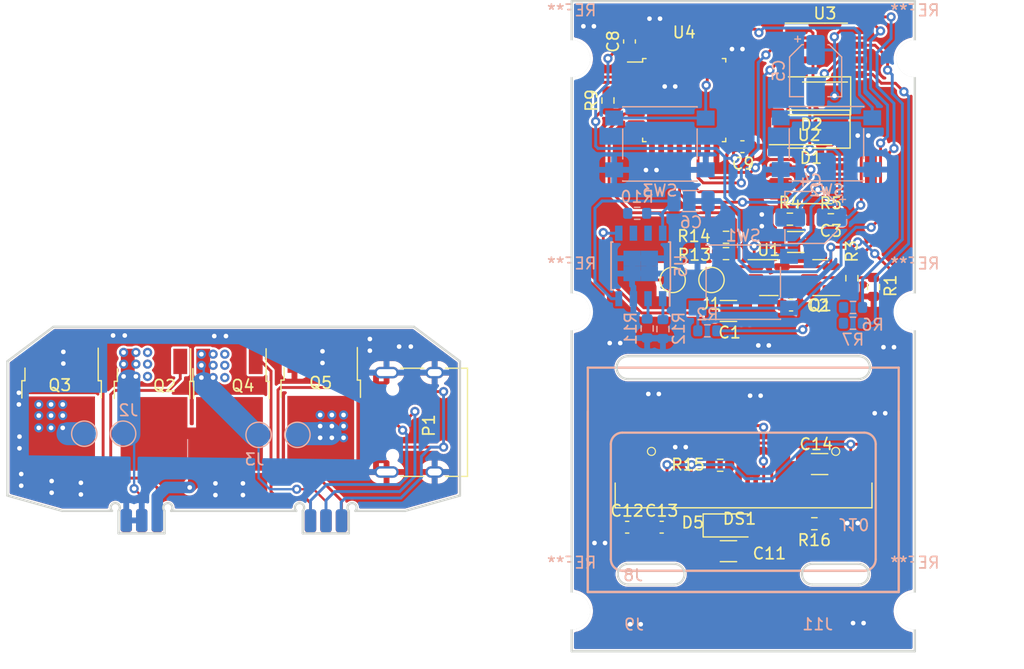
<source format=kicad_pcb>
(kicad_pcb (version 20211014) (generator pcbnew)
  (layers (0 "F.Cu" signal) (31 "B.Cu" signal) (34 "B.Paste" user) (35 "F.Paste" user) (36 "B.SilkS" user "B.Silkscreen") (37 "F.SilkS" user "F.Silkscreen") (38 "B.Mask" user) (39 "F.Mask" user) (44 "Edge.Cuts" user))
  (net 0 "")
  (net 1 "Net-(C4-Pad1)")
  (net 2 "BATT")
  (net 3 "Net-(C5-Pad1)")
  (net 4 "+3V3")
  (net 5 "Net-(C11-Pad1)")
  (net 6 "GND")
  (net 8 "LCD_SCL")
  (net 9 "LCD_SDA")
  (net 10 "Net-(DS1-Pad26)")
  (net 11 "Net-(C14-Pad1)")
  (net 12 "Net-(Q1-Pad1)")
  (net 13 "Net-(Q1-Pad3)")
  (net 14 "Net-(C2-Pad1)")
  (net 15 "Net-(R9-Pad2)")
  (net 16 "BAT_MON")
  (net 18 "PWM_LED_SUPH")
  (net 19 "PWM_LED_SUPL")
  (net 20 "PWM_LED_INFH")
  (net 21 "PWM_LED_INFL")
  (net 23 "BUT_MINUS")
  (net 24 "BUT_PLUS")
  (net 25 "BUT_MENU")
  (net 26 "POWER_CMD")
  (net 29 "Net-(R12-Pad1)")
  (net 30 "Net-(R11-Pad1)")
  (net 31 "Net-(C6-Pad1)")
  (net 34 "Net-(R4-Pad2)")
  (net 35 "Net-(R5-Pad2)")
  (net 36 "Net-(R6-Pad2)")
  (net 37 "Net-(R7-Pad2)")
  (net 38 "Net-(C12-Pad1)")
  (net 39 "Net-(C12-Pad2)")
  (net 40 "Net-(C13-Pad1)")
  (net 41 "Net-(C13-Pad2)")
  (net 53 "LED_SUP+")
  (net 54 "LED_INF+")
  (net 55 "LED_SUP-")
  (net 56 "LED_INF-")
  (net 57 "TRANSISTOR_1_P2_1")
  (net 58 "TRANSISTOR_2_P2_1")
  (net 59 "GND_2")
  (net 60 "VBUS_2")
  (net 61 "DP_2")
  (net 62 "DM_2")
  (net 63 "TRANSISTOR_1_P1_2")
  (net 64 "BATT_2")
  (net 65 "TRANSISTOR_1_P3_2")
  (net 66 "TRANSISTOR_2_P1_2")
  (net 67 "TRANSISTOR_2_P3_2")
  (net 68 "TRANSISTOR_1_P1_1")
  (net 69 "TRANSISTOR_1_P3_1")
  (net 70 "TRANSISTOR_2_P1_1")
  (net 71 "TRANSISTOR_2_P3_1")
  (net 72 "DM_1")
  (net 73 "DP_1")
  (net 74 "VBUS_1")
  (net 75 "BATT_1")
  (footprint "Package_TO_SOT_SMD:SOT-23-5" (layer "F.Cu") (at 152.824 92.1688)
    (fp_text reference "U1")
    (fp_text value "RT9193-33")
  )
  (footprint "Connector:SMD_BAT" (layer "F.Cu") (at 147.8456 92.372 180)
    (fp_text reference "J1")
    (fp_text value "Conn_01x02_Male")
  )
  (footprint "Capacitor_SMD:C_1206_3216Metric" (layer "F.Cu") (at 149.3188 95.0644)
    (fp_text reference "C1")
    (fp_text value "1uF")
  )
  (footprint "Capacitor_SMD:C_0603_1608Metric" (layer "F.Cu") (at 154.7544 94.5564)
    (fp_text reference "C2")
    (fp_text value "22nF")
  )
  (footprint "Package_TO_SOT_SMD:SOT-23" (layer "F.Cu") (at 157.2944 92.1688 180)
    (fp_text reference "Q1")
    (fp_text value "BC807")
  )
  (footprint "Capacitor_SMD:C_1206_3216Metric" (layer "F.Cu") (at 149.3188 115.9432 180)
    (fp_text reference "C11")
    (fp_text value "10uF")
  )
  (footprint "Display:OLED-128O064D" (layer "F.Cu") (at 150.631652 111.0222)
    (fp_text reference "DS1")
    (fp_text value "OLED-128O064D")
  )
  (footprint "Package_QFP:LQFP-32_7x7mm_P0.8mm" (layer "F.Cu") (at 145.475042 76.7418)
    (fp_text reference "U4")
    (fp_text value "STM32F042K6Tx")
  )
  (footprint "Connector_USB:USB_C_Receptacle_HRO_TYPE-C-31-M-12" (layer "F.Cu") (at 122.7564 104.7438 90)
    (fp_text reference "P1")
    (fp_text value "USB_C_Plug_USB2.0")
  )
  (footprint "Resistor_SMD:R_0603_1608Metric" (layer "F.Cu") (at 154.6528 87.0888)
    (fp_text reference "R4")
    (fp_text value "10R")
  )
  (footprint "Resistor_SMD:R_0603_1608Metric" (layer "F.Cu") (at 149.107652 88.6636)
    (fp_text reference "R14")
    (fp_text value "100K")
  )
  (footprint "Connector:3pin 90 pcb solder" (layer "F.Cu") (at 115.9666 116.0642)
    (fp_text reference "J7" hide)
    (fp_text value "Conn_01x03_Male")
  )
  (footprint "Capacitor_SMD:C_0603_1608Metric" (layer "F.Cu") (at 150.530052 80.7896)
    (fp_text reference "C9")
    (fp_text value "100nF")
  )
  (footprint "Resistor_SMD:R_0603_1608Metric" (layer "F.Cu") (at 138.854 76.7764 90)
    (fp_text reference "R9")
    (fp_text value "47K")
  )
  (footprint "Connector:3pin 90 pcb solder" (layer "F.Cu") (at 96.7682 110.539 180)
    (fp_text reference "J6" hide)
    (fp_text value "Conn_01x03_Male")
  )
  (footprint "Package_TO_SOT_SMD:TO-252-2" (layer "F.Cu") (at 99.4332 103.6496 -90)
    (fp_text reference "Q2")
    (fp_text value "2SK4075")
  )
  (footprint "Package_SO:SOIC-8_3.9x4.9mm_P1.27mm" (layer "F.Cu") (at 156.3292 83.1772)
    (fp_text reference "U2")
    (fp_text value "IR2101")
  )
  (footprint "Resistor_SMD:R_0603_1608Metric" (layer "F.Cu") (at 149.107652 90.086 180)
    (fp_text reference "R13")
    (fp_text value "47K")
  )
  (footprint "Capacitor_SMD:C_0603_1608Metric" (layer "F.Cu") (at 140.725652 71.6456 90)
    (fp_text reference "C8")
    (fp_text value "100nF")
  )
  (footprint "Diode_SMD:D_SMA" (layer "F.Cu") (at 156.4816 79.2656 180)
    (fp_text reference "D1")
    (fp_text value "1N5819")
  )
  (footprint "Resistor_SMD:R_0603_1608Metric" (layer "F.Cu") (at 148.599652 108.4756 180)
    (fp_text reference "R15")
    (fp_text value "4K7")
  )
  (footprint "Capacitor_SMD:C_1206_3216Metric" (layer "F.Cu") (at 155.1608 89.07)
    (fp_text reference "C3")
    (fp_text value "1uF")
  )
  (footprint "Resistor_SMD:R_0603_1608Metric" (layer "F.Cu") (at 160.0376 92.2196 90)
    (fp_text reference "R3")
    (fp_text value "47K")
  )
  (footprint "Resistor_SMD:R_0603_1608Metric" (layer "F.Cu") (at 161.9172 92.9816 90)
    (fp_text reference "R1")
    (fp_text value "100k")
  )
  (footprint "Capacitor_SMD:C_0603_1608Metric" (layer "F.Cu") (at 143.519652 113.8604)
    (fp_text reference "C13")
    (fp_text value "2.2uF")
  )
  (footprint "Diode_SMD:D_SMA" (layer "F.Cu") (at 156.5324 76.37 180)
    (fp_text reference "D2")
    (fp_text value "1N5819")
  )
  (footprint "Capacitor_SMD:C_0603_1608Metric" (layer "F.Cu") (at 140.522452 113.8604)
    (fp_text reference "C12")
    (fp_text value "2.2uF")
  )
  (footprint "Resistor_SMD:R_0603_1608Metric" (layer "F.Cu") (at 156.778452 113.5556 180)
    (fp_text reference "R16")
    (fp_text value "390R")
  )
  (footprint "Diode_SMD:D_SOD-123" (layer "F.Cu") (at 149.3696 113.708)
    (fp_text reference "D5")
    (fp_text value "1N4148")
  )
  (footprint "Package_SO:SOIC-8_3.9x4.9mm_P1.27mm" (layer "F.Cu") (at 157.7008 72.6108)
    (fp_text reference "U3")
    (fp_text value "IR2101")
  )
  (footprint "Capacitor_SMD:C_1206_3216Metric" (layer "F.Cu") (at 157.235652 108.374 180)
    (fp_text reference "C14")
    (fp_text value "10uF")
  )
  (footprint "Package_TO_SOT_SMD:TO-252-2" (layer "F.Cu") (at 105.9864 103.6496 -90)
    (fp_text reference "Q4")
    (fp_text value "2SK4075")
  )
  (footprint "Package_TO_SOT_SMD:TO-252-2" (layer "F.Cu") (at 113.9112 103.548 -90)
    (fp_text reference "Q5")
    (fp_text value "2SK4075")
  )
  (footprint "Package_TO_SOT_SMD:TO-252-2" (layer "F.Cu") (at 91.4068 103.5988 -90)
    (fp_text reference "Q3")
    (fp_text value "2SK4075")
  )
  (footprint "Resistor_SMD:R_0603_1608Metric" (layer "F.Cu") (at 158.2088 87.1396)
    (fp_text reference "R5")
    (fp_text value "10R")
  )
  (footprint "Capacitor_SMD:CP_Elec_4x3" (layer "B.Cu") (at 156.888 74.1856 -90)
    (fp_text reference "C5")
    (fp_text value "1uF")
  )
  (footprint "MountingHole:MountingHole_3.2mm_M3" (layer "B.Cu") (at 165.505842 95.1422 180)
    (fp_text reference "REF**")
    (fp_text value "MountingHole_3.2mm_M3")
  )
  (footprint "Capacitor_SMD:C_1206_3216Metric" (layer "B.Cu") (at 146.0676 85.514)
    (fp_text reference "C6")
    (fp_text value "1uF")
  )
  (footprint "MountingHole:MountingHole_3.2mm_M3" (layer "B.Cu") (at 135.705842 121.1422 180)
    (fp_text reference "REF**")
    (fp_text value "MountingHole_3.2mm_M3")
  )
  (footprint "Button_Switch_SMD:SW_Push_1P1T_NO_6x6mm_H9.5mm" (layer "B.Cu") (at 143.366842 80.5518)
    (fp_text reference "SW3")
    (fp_text value "SW_Push")
  )
  (footprint "Connector:3pin 90 pcb solder" (layer "B.Cu") (at 112.7682 116.0448 180)
    (fp_text reference "J4" hide)
    (fp_text value "Conn_01x03_Male")
  )
  (footprint "Resistor_SMD:R_0603_1608Metric" (layer "B.Cu") (at 141.394 86.5808 180)
    (fp_text reference "R10")
    (fp_text value "0R4")
  )
  (footprint "Button_Switch_SMD:SW_Push_1P1T_NO_6x6mm_H9.5mm" (layer "B.Cu") (at 150.605842 92.566 180)
    (fp_text reference "SW1")
    (fp_text value "SW_Push")
  )
  (footprint "MountingHole:MountingHole_3.2mm_M3" (layer "B.Cu") (at 165.505842 121.1422 180)
    (fp_text reference "REF**")
    (fp_text value "MountingHole_3.2mm_M3")
  )
  (footprint "Package_SO:Infineon_PG-DSO-8-43" (layer "B.Cu") (at 141.6988 91.1528 90)
    (fp_text reference "U5")
    (fp_text value "TP4056")
  )
  (footprint "Resistor_SMD:R_0603_1608Metric" (layer "B.Cu") (at 147.482052 96.7916 180)
    (fp_text reference "R2")
    (fp_text value "47K")
  )
  (footprint "MountingHole:MountingHole_3.2mm_M3" (layer "B.Cu") (at 135.705842 95.1422 180)
    (fp_text reference "REF**")
    (fp_text value "MountingHole_3.2mm_M3")
  )
  (footprint "MountingHole:MountingHole_3.2mm_M3" (layer "B.Cu") (at 165.505842 73.1422 180)
    (fp_text reference "REF**")
    (fp_text value "MountingHole_3.2mm_M3")
  )
  (footprint "MountingHole:MountingHole_3.2mm_M3" (layer "B.Cu") (at 135.705842 73.1422 180)
    (fp_text reference "REF**")
    (fp_text value "MountingHole_3.2mm_M3")
  )
  (footprint "Connector:3pin 90 pcb solder" (layer "B.Cu") (at 157.0658 122.8012 180)
    (fp_text reference "J11")
    (fp_text value "Conn_01x03_Male")
  )
  (footprint "Connector:SMD_BAT" (layer "B.Cu") (at 108.5168 105.834)
    (fp_text reference "J3")
    (fp_text value "Conn_01x02_Male")
  )
  (footprint "Resistor_SMD:R_0603_1608Metric" (layer "B.Cu") (at 160.1392 94.7596)
    (fp_text reference "R6")
    (fp_text value "10R")
  )
  (footprint "Connector:SMD_BAT" (layer "B.Cu") (at 96.7504 105.7324 180)
    (fp_text reference "J2")
    (fp_text value "Conn_01x02_Male")
  )
  (footprint "Connector:3pin 90 pcb solder" (layer "B.Cu") (at 96.7682 116.0134 180)
    (fp_text reference "J5" hide)
    (fp_text value "Conn_01x03_Male")
  )
  (footprint "Resistor_SMD:R_0603_1608Metric" (layer "B.Cu") (at 143.6292 96.6392 -90)
    (fp_text reference "R12")
    (fp_text value "0R")
  )
  (footprint "Resistor_SMD:R_0603_1608Metric" (layer "B.Cu") (at 142.2576 96.5884 -90)
    (fp_text reference "R11")
    (fp_text value "1K5")
  )
  (footprint "Connector:3pin 90 pcb solder" (layer "B.Cu") (at 141.0384 118.534 180)
    (fp_text reference "J8")
    (fp_text value "Conn_01x03_Male")
  )
  (footprint "Connector:3pin 90 pcb solder" (layer "B.Cu") (at 160.2154 113.0984)
    (fp_text reference "J10")
    (fp_text value "Conn_01x03_Male")
  )
  (footprint "Resistor_SMD:R_0603_1608Metric" (layer "B.Cu") (at 160.131252 96.1312)
    (fp_text reference "R7")
    (fp_text value "10R")
  )
  (footprint "Capacitor_SMD:CP_Elec_4x3" (layer "B.Cu") (at 156.4816 86.9364 180)
    (fp_text reference "C4")
    (fp_text value "1uF")
  )
  (footprint "Button_Switch_SMD:SW_Push_1P1T_NO_6x6mm_H9.5mm" (layer "B.Cu") (at 157.830147 80.529)
    (fp_text reference "SW2")
    (fp_text value "SW_Push")
  )
  (footprint "Connector:3pin 90 pcb solder" (layer "B.Cu") (at 141.1166 122.8206 180)
    (fp_text reference "J9")
    (fp_text value "Conn_01x03_Male")
  )
  (gr_arc (start 161.105842 105.6422) (mid 161.812955 105.93509) (end 162.105842 106.6422) (layer "B.SilkS") (width 0.2))
  (gr_arc (start 139.105842 106.6422) (mid 139.398735 105.93509) (end 140.105842 105.6422) (layer "B.SilkS") (width 0.2))
  (gr_line (start 137.105842 119.4922) (end 137.105842 99.9922) (layer "B.SilkS") (width 0.2))
  (gr_arc (start 140.105842 117.6422) (mid 139.398742 117.349303) (end 139.105842 116.6422) (layer "B.SilkS") (width 0.2))
  (gr_line (start 164.105842 119.4922) (end 137.105842 119.4922) (layer "B.SilkS") (width 0.2))
  (gr_line (start 137.105842 99.9922) (end 164.105842 99.9922) (layer "B.SilkS") (width 0.2))
  (gr_line (start 164.105842 103.7922) (end 164.105842 119.4922) (layer "B.SilkS") (width 0.2))
  (gr_line (start 137.105842 119.4922) (end 137.105842 103.7922) (layer "B.SilkS") (width 0.2))
  (gr_line (start 161.105842 117.6422) (end 140.105842 117.6422) (layer "B.SilkS") (width 0.2))
  (gr_line (start 164.105842 119.4922) (end 137.105842 119.4922) (layer "B.SilkS") (width 0.2))
  (gr_line (start 139.105842 106.6422) (end 139.105842 116.6422) (layer "B.SilkS") (width 0.2))
  (gr_line (start 140.105842 117.6422) (end 161.105842 117.6422) (layer "B.SilkS") (width 0.2))
  (gr_arc (start 162.105842 116.6422) (mid 161.812948 117.349303) (end 161.105842 117.6422) (layer "B.SilkS") (width 0.2))
  (gr_line (start 140.105842 105.6422) (end 161.105842 105.6422) (layer "B.SilkS") (width 0.2))
  (gr_line (start 164.105842 99.9922) (end 164.105842 119.4922) (layer "B.SilkS") (width 0.2))
  (gr_line (start 162.105842 106.6422) (end 162.105842 116.6422) (layer "B.SilkS") (width 0.2))
  (gr_line (start 160.605842 118.8422) (end 156.605842 118.8422) (layer "Edge.Cuts") (width 0.2))
  (gr_arc (start 135.705842 93.6422) (mid 137.205852 95.1422) (end 135.705842 96.6422) (layer "Edge.Cuts") (width 0.2))
  (gr_line (start 116.917285 112.4402) (end 121.2516 112.4402) (layer "Edge.Cuts") (width 0.2))
  (gr_line (start 86.7016 99.4402) (end 86.7016 111.1102) (layer "Edge.Cuts") (width 0.2))
  (gr_line (start 126.0016 99.4402) (end 122.0016 96.4402) (layer "Edge.Cuts") (width 0.2))
  (gr_arc (start 165.505842 74.6422) (mid 164.005852 73.1422) (end 165.505842 71.6422) (layer "Edge.Cuts") (width 0.2))
  (gr_line (start 135.705842 119.6422) (end 135.705842 96.6422) (layer "Edge.Cuts") (width 0.2))
  (gr_arc (start 160.605842 117.0422) (mid 161.505852 117.9422) (end 160.605842 118.8422) (layer "Edge.Cuts") (width 0.2))
  (gr_arc (start 165.505842 96.6422) (mid 164.005852 95.1422) (end 165.505842 93.6422) (layer "Edge.Cuts") (width 0.2))
  (gr_line (start 96.3516 114.3902) (end 100.3516 114.3902) (layer "Edge.Cuts") (width 0.2))
  (gr_line (start 122.0016 96.4402) (end 90.7016 96.4402) (layer "Edge.Cuts") (width 0.2))
  (gr_arc (start 135.705842 71.6422) (mid 137.205852 73.1422) (end 135.705842 74.6422) (layer "Edge.Cuts") (width 0.2))
  (gr_line (start 144.605842 118.8422) (end 140.605842 118.8422) (layer "Edge.Cuts") (width 0.2))
  (gr_line (start 165.505842 124.6422) (end 135.705842 124.6422) (layer "Edge.Cuts") (width 0.2))
  (gr_line (start 156.605842 117.0422) (end 160.605842 117.0422) (layer "Edge.Cuts") (width 0.2))
  (gr_line (start 100.3516 114.3902) (end 100.3516 112.4402) (layer "Edge.Cuts") (width 0.2))
  (gr_line (start 140.605842 100.9922) (end 160.605842 100.9922) (layer "Edge.Cuts") (width 0.2))
  (gr_arc (start 144.605842 117.0422) (mid 145.505852 117.9422) (end 144.605842 118.8422) (layer "Edge.Cuts") (width 0.2))
  (gr_line (start 96.3516 112.4402) (end 96.3516 114.3902) (layer "Edge.Cuts") (width 0.2))
  (gr_line (start 112.3516 114.3902) (end 116.3516 114.3902) (layer "Edge.Cuts") (width 0.2))
  (gr_arc (start 135.705842 119.6422) (mid 137.205852 121.1422) (end 135.705842 122.6422) (layer "Edge.Cuts") (width 0.2))
  (gr_line (start 116.3516 114.3902) (end 116.3516 112.4402) (layer "Edge.Cuts") (width 0.2))
  (gr_arc (start 140.605842 118.8422) (mid 139.705852 117.9422) (end 140.605842 117.0422) (layer "Edge.Cuts") (width 0.2))
  (gr_line (start 121.2516 112.4402) (end 126.0016 111.1102) (layer "Edge.Cuts") (width 0.2))
  (gr_line (start 135.705842 93.6422) (end 135.705842 74.6422) (layer "Edge.Cuts") (width 0.2))
  (gr_arc (start 95.785915 112.4402) (mid 96.068758 111.757357) (end 96.3516 112.4402) (layer "Edge.Cuts") (width 0.2))
  (gr_arc (start 116.3516 112.4402) (mid 116.634443 111.757357) (end 116.917285 112.4402) (layer "Edge.Cuts") (width 0.2))
  (gr_line (start 135.705842 68.1422) (end 165.505842 68.1422) (layer "Edge.Cuts") (width 0.2))
  (gr_line (start 165.505842 68.1422) (end 165.505842 71.6422) (layer "Edge.Cuts") (width 0.2))
  (gr_arc (start 100.3516 112.4402) (mid 100.634443 111.757357) (end 100.917285 112.4402) (layer "Edge.Cuts") (width 0.2))
  (gr_line (start 165.505842 122.6422) (end 165.505842 124.6422) (layer "Edge.Cuts") (width 0.2))
  (gr_line (start 135.705842 124.6422) (end 135.705842 122.6422) (layer "Edge.Cuts") (width 0.2))
  (gr_line (start 140.605842 117.0422) (end 144.605842 117.0422) (layer "Edge.Cuts") (width 0.2))
  (gr_line (start 165.505842 96.6422) (end 165.505842 119.6422) (layer "Edge.Cuts") (width 0.2))
  (gr_arc (start 140.605842 100.9922) (mid 139.605852 99.9922) (end 140.605842 98.9922) (layer "Edge.Cuts") (width 0.2))
  (gr_arc (start 156.605842 118.8422) (mid 155.705852 117.9422) (end 156.605842 117.0422) (layer "Edge.Cuts") (width 0.2))
  (gr_line (start 135.705842 71.6422) (end 135.705842 68.1422) (layer "Edge.Cuts") (width 0.2))
  (gr_line (start 100.917285 112.4402) (end 111.785915 112.4402) (layer "Edge.Cuts") (width 0.2))
  (gr_arc (start 160.605842 98.9922) (mid 161.605852 99.9922) (end 160.605842 100.9922) (layer "Edge.Cuts") (width 0.2))
  (gr_line (start 165.505842 74.6422) (end 165.505842 93.6422) (layer "Edge.Cuts") (width 0.2))
  (gr_line (start 86.7016 111.1102) (end 91.4516 112.4402) (layer "Edge.Cuts") (width 0.2))
  (gr_arc (start 165.505842 122.6422) (mid 164.005852 121.1422) (end 165.505842 119.6422) (layer "Edge.Cuts") (width 0.2))
  (gr_line (start 112.3516 112.4402) (end 112.3516 114.3902) (layer "Edge.Cuts") (width 0.2))
  (gr_arc (start 111.785915 112.4402) (mid 112.068758 111.757357) (end 112.3516 112.4402) (layer "Edge.Cuts") (width 0.2))
  (gr_line (start 160.605842 98.9922) (end 140.605842 98.9922) (layer "Edge.Cuts") (width 0.2))
  (gr_line (start 90.7016 96.4402) (end 86.7016 99.4402) (layer "Edge.Cuts") (width 0.2))
  (gr_line (start 91.4516 112.4402) (end 95.785915 112.4402) (layer "Edge.Cuts") (width 0.2))
  (gr_line (start 126.0016 111.1102) (end 126.0016 99.4402) (layer "Edge.Cuts") (width 0.2))
  (segment (start 160.5202 81.2722) (end 160.8504 81.6024) (width 0.25) (layer "F.Cu") (net 1))
  (segment (start 158.8042 81.2722) (end 160.5202 81.2722) (width 0.25) (layer "F.Cu") (net 1))
  (segment (start 160.8504 85.8188) (end 160.7996 85.8696) (width 0.25) (layer "F.Cu") (net 1))
  (segment (start 158.7864 81.2544) (end 158.7864 78.6052) (width 0.25) (layer "F.Cu") (net 1))
  (segment (start 160.8504 81.6024) (end 160.8504 85.8188) (width 0.25) (layer "F.Cu") (net 1))
  (segment (start 158.8042 81.2722) (end 158.7864 81.2544) (width 0.25) (layer "F.Cu") (net 1))
  (via (at 160.7996 85.8696) (size 0.8) (drill 0.4) (layers "F.Cu" "B.Cu") (net 1))
  (segment (start 160.7996 85.8696) (end 159.7328 86.9364) (width 0.25) (layer "B.Cu") (net 1))
  (segment (start 159.7328 86.9364) (end 158.2816 86.9364) (width 0.25) (layer "B.Cu") (net 1))
  (segment (start 151.554 91.0863) (end 151.6865 91.2188) (width 0.25) (layer "F.Cu") (net 2))
  (segment (start 154.4816 76.6748) (end 154.7864 76.37) (width 0.25) (layer "F.Cu") (net 2))
  (segment (start 156.6594 75.596378) (end 156.6594 70.909) (width 0.25) (layer "F.Cu") (net 2))
  (segment (start 141.77352 95.24072) (end 147.66748 95.24072) (width 0.25) (layer "F.Cu") (net 2))
  (segment (start 147.8456 95.0626) (end 147.8456 92.372) (width 0.25) (layer "F.Cu") (net 2))
  (segment (start 151.554 89.4256) (end 151.554 91.0863) (width 0.25) (layer "F.Cu") (net 2))
  (segment (start 154.4816 79.2656) (end 154.4816 76.6748) (width 0.25) (layer "F.Cu") (net 2))
  (segment (start 153.8542 81.2722) (end 156.1006 81.2722) (width 0.25) (layer "F.Cu") (net 2))
  (segment (start 153.8542 79.893) (end 154.4816 79.2656) (width 0.25) (layer "F.Cu") (net 2))
  (segment (start 156.640889 75.716489) (end 156.640889 75.614889) (width 0.25) (layer "F.Cu") (net 2))
  (segment (start 156.640889 75.614889) (end 156.640889 75.245511) (width 0.25) (layer "F.Cu") (net 2))
  (segment (start 156.6594 70.909) (end 156.4562 70.7058) (width 0.25) (layer "F.Cu") (net 2))
  (segment (start 156.4562 70.7058) (end 155.2258 70.7058) (width 0.25) (layer "F.Cu") (net 2))
  (segment (start 156.1006 81.2722) (end 156.38 80.9928) (width 0.25) (layer "F.Cu") (net 2))
  (segment (start 153.8542 81.2722) (end 153.8542 81.131) (width 0.25) (layer "F.Cu") (net 2))
  (segment (start 156.640889 75.614889) (end 156.6594 75.596378) (width 0.25) (layer "F.Cu") (net 2))
  (segment (start 153.8542 81.2722) (end 153.8542 79.893) (width 0.25) (layer "F.Cu") (net 2))
  (segment (start 155.4148 80.0276) (end 154.9576 80.0276) (width 0.25) (layer "F.Cu") (net 2))
  (segment (start 147.8438 95.0644) (end 147.8456 95.0626) (width 0.25) (layer "F.Cu") (net 2))
  (segment (start 138.4476 88.2572) (end 138.4476 91.9148) (width 0.25) (layer "F.Cu") (net 2))
  (segment (start 138.4476 91.9148) (end 141.77352 95.24072) (width 0.25) (layer "F.Cu") (net 2))
  (segment (start 148.9988 91.2188) (end 147.8456 92.372) (width 0.25) (layer "F.Cu") (net 2))
  (segment (start 156.38 80.9928) (end 156.38 75.977378) (width 0.25) (layer "F.Cu") (net 2))
  (segment (start 151.6865 91.2188) (end 148.9988 91.2188) (width 0.25) (layer "F.Cu") (net 2))
  (segment (start 156.38 80.9928) (end 156.507 80.8658) (width 0.25) (layer "F.Cu") (net 2))
  (segment (start 147.66748 95.24072) (end 147.8438 95.0644) (width 0.25) (layer "F.Cu") (net 2))
  (segment (start 148.2398 90.086) (end 148.2398 91.9778) (width 0.25) (layer "F.Cu") (net 2))
  (segment (start 156.38 75.977378) (end 156.640889 75.716489) (width 0.25) (layer "F.Cu") (net 2))
  (segment (start 148.2398 91.9778) (end 147.8456 92.372) (width 0.25) (layer "F.Cu") (net 2))
  (segment (start 156.507 75.850378) (end 156.640889 75.716489) (width 0.25) (layer "F.Cu") (net 2))
  (via (at 138.4476 88.2572) (size 0.8) (drill 0.4) (layers "F.Cu" "B.Cu") (net 2))
  (via (at 151.554 89.4256) (size 0.8) (drill 0.4) (layers "F.Cu" "B.Cu") (net 2))
  (via (at 156.38 80.9928) (size 0.8) (drill 0.4) (layers "F.Cu" "B.Cu") (net 2))
  (segment (start 156.4816 88.1048) (end 156.4816 86.0728) (width 0.25) (layer "B.Cu") (net 2))
  (segment (start 155.244911 89.341489) (end 156.4816 88.1048) (width 0.25) (layer "B.Cu") (net 2))
  (segment (start 139.7938 88.3078) (end 138.4982 88.3078) (width 0.25) (layer "B.Cu") (net 2))
  (segment (start 156.4816 86.0728) (end 157.3452 85.2092) (width 0.25) (layer "B.Cu") (net 2))
  (segment (start 157.3452 85.2092) (end 158.666 85.2092) (width 0.25) (layer "B.Cu") (net 2))
  (segment (start 158.4628 80.9928) (end 156.38 80.9928) (width 0.25) (layer "B.Cu") (net 2))
  (segment (start 151.638111 89.341489) (end 155.244911 89.341489) (width 0.25) (layer "B.Cu") (net 2))
  (segment (start 158.9708 84.9044) (end 158.9708 81.5008) (width 0.25) (layer "B.Cu") (net 2))
  (segment (start 158.666 85.2092) (end 158.9708 84.9044) (width 0.25) (layer "B.Cu") (net 2))
  (segment (start 138.4982 88.3078) (end 138.4476 88.2572) (width 0.25) (layer "B.Cu") (net 2))
  (segment (start 151.554 89.4256) (end 151.638111 89.341489) (width 0.25) (layer "B.Cu") (net 2))
  (segment (start 158.9708 81.5008) (end 158.4628 80.9928) (width 0.25) (layer "B.Cu") (net 2))
  (segment (start 159.047 70.7058) (end 158.5136 71.2392) (width 0.25) (layer "F.Cu") (net 3))
  (segment (start 160.1758 70.7058) (end 159.047 70.7058) (width 0.25) (layer "F.Cu") (net 3))
  (via (at 158.5136 71.2392) (size 0.8) (drill 0.4) (layers "F.Cu" "B.Cu") (net 3))
  (via (at 158.5324 76.37) (size 0.8) (drill 0.4) (layers "F.Cu" "B.Cu") (net 3))
  (segment (start 158.4916 72.3856) (end 158.5324 72.4264) (width 0.25) (layer "B.Cu") (net 3))
  (segment (start 158.5324 72.846) (end 158.5324 76.37) (width 0.25) (layer "B.Cu") (net 3))
  (segment (start 158.5324 72.4264) (end 158.5324 72.846) (width 0.25) (layer "B.Cu") (net 3))
  (segment (start 156.888 72.3856) (end 158.4916 72.3856) (width 0.25) (layer "B.Cu") (net 3))
  (segment (start 158.5324 72.846) (end 158.5324 71.258) (width 0.25) (layer "B.Cu") (net 3))
  (segment (start 158.5324 71.258) (end 158.5136 71.2392) (width 0.25) (layer "B.Cu") (net 3))
  (segment (start 137.7872 78.6052) (end 137.7872 78.1988) (width 0.25) (layer "F.Cu") (net 4))
  (segment (start 141.300042 73.9418) (end 141.300042 72.99499) (width 0.25) (layer "F.Cu") (net 4))
  (segment (start 138.3846 77.6014) (end 138.854 77.6014) (width 0.25) (layer "F.Cu") (net 4))
  (segment (start 149.650042 80.68459) (end 149.755052 80.7896) (width 0.25) (layer "F.Cu") (net 4))
  (segment (start 147.481652 112.582052) (end 147.7196 112.82) (width 0.25) (layer "F.Cu") (net 4))
  (segment (start 147.481652 111.0222) (end 147.481652 112.4648) (width 0.25) (layer "F.Cu") (net 4))
  (segment (start 141.300042 77.1418) (end 140.2666 77.1418) (width 0.25) (layer "F.Cu") (net 4))
  (segment (start 146.081652 108.715548) (end 146.3724 108.4248) (width 0.25) (layer "F.Cu") (net 4))
  (segment (start 139.5522 72.4206) (end 138.854 73.1188) (width 0.25) (layer "F.Cu") (net 4))
  (segment (start 158.2319 91.2188) (end 153.9615 91.2188) (width 0.25) (layer "F.Cu") (net 4))
  (segment (start 147.481652 111.0222) (end 147.481652 108.7686) (width 0.25) (layer "F.Cu") (net 4))
  (segment (start 158.2088 89.5272) (end 158.2088 91.1957) (width 0.25) (layer "F.Cu") (net 4))
  (segment (start 162.023099 90.090299) (end 163.2888 91.356) (width 0.25) (layer "F.Cu") (net 4))
  (segment (start 163.6952 106.6468) (end 159.936 106.6468) (width 0.25) (layer "F.Cu") (net 4))
  (segment (start 159.936 109.136) (end 159.936 106.6468) (width 0.25) (layer "F.Cu") (net 4))
  (segment (start 158.2088 89.5272) (end 160.0884 89.5272) (width 0.25) (layer "F.Cu") (net 4))
  (segment (start 163.2888 96.182) (end 164.6096 97.5028) (width 0.25) (layer "F.Cu") (net 4))
  (segment (start 159.381652 109.690348) (end 159.7836 109.2884) (width 0.25) (layer "F.Cu") (net 4))
  (segment (start 149.650042 79.5418) (end 149.650042 80.68459) (width 0.25) (layer "F.Cu") (net 4))
  (segment (start 163.2888 91.356) (end 163.2888 96.182) (width 0.25) (layer "F.Cu") (net 4))
  (segment (start 153.9615 91.2188) (end 153.9615 90.4615) (width 0.25) (layer "F.Cu") (net 4))
  (segment (start 140.2666 77.1418) (end 139.807 77.6014) (width 0.25) (layer "F.Cu") (net 4))
  (segment (start 143.981652 111.0222) (end 143.981652 108.427948) (width 0.25) (layer "F.Cu") (net 4))
  (segment (start 140.725652 72.4206) (end 139.5522 72.4206) (width 0.25) (layer "F.Cu") (net 4))
  (segment (start 160.0884 89.5272) (end 160.5456 89.07) (width 0.25) (layer "F.Cu") (net 4))
  (segment (start 146.3724 108.4248) (end 147.723852 108.4248) (width 0.25) (layer "F.Cu") (net 4))
  (segment (start 146.081652 111.0222) (end 146.081652 108.715548) (width 0.25) (layer "F.Cu") (net 4))
  (segment (start 139.807 77.6014) (end 138.854 77.6014) (width 0.25) (layer "F.Cu") (net 4))
  (segment (start 164.6096 105.7324) (end 163.6952 106.6468) (width 0.25) (layer "F.Cu") (net 4))
  (segment (start 153.6858 90.1858) (end 153.6858 89.07) (width 0.25) (layer "F.Cu") (net 4))
  (segment (start 159.7836 109.2884) (end 159.936 109.136) (width 0.25) (layer "F.Cu") (net 4))
  (segment (start 147.7196 112.82) (end 147.7196 113.708) (width 0.25) (layer "F.Cu") (net 4))
  (segment (start 164.6096 97.5028) (end 164.6096 105.7324) (width 0.25) (layer "F.Cu") (net 4))
  (segment (start 149.755052 81.683052) (end 149.8776 81.8056) (width 0.25) (layer "F.Cu") (net 4))
  (segment (start 153.9615 90.4615) (end 153.6858 90.1858) (width 0.25) (layer "F.Cu") (net 4))
  (segment (start 147.481652 111.0222) (end 147.481652 112.582052) (width 0.25) (layer "F.Cu") (net 4))
  (segment (start 147.481652 108.7686) (end 147.774652 108.4756) (width 0.25) (layer "F.Cu") (net 4))
  (segment (start 141.300042 72.99499) (end 140.725652 72.4206) (width 0.25) (layer "F.Cu") (net 4))
  (segment (start 149.755052 80.7896) (end 149.755052 81.683052) (width 0.25) (layer "F.Cu") (net 4))
  (segment (start 159.381652 111.0222) (end 159.381652 109.690348) (width 0.25) (layer "F.Cu") (net 4))
  (segment (start 137.7872 78.1988) (end 138.3846 77.6014) (width 0.25) (layer "F.Cu") (net 4))
  (segment (start 158.2088 91.1957) (end 158.2319 91.2188) (width 0.25) (layer "F.Cu") (net 4))
  (segment (start 143.981652 108.427948) (end 143.9848 108.4248) (width 0.25) (layer "F.Cu") (net 4))
  (via (at 146.1184 108.4248) (size 0.8) (drill 0.4) (layers "F.Cu" "B.Cu") (net 4))
  (via (at 137.7872 78.6052) (size 0.8) (drill 0.4) (layers "F.Cu" "B.Cu") (net 4))
  (via (at 159.936 106.6468) (size 0.8) (drill 0.4) (layers "F.Cu" "B.Cu") (net 4))
  (via (at 143.9848 108.4248) (size 0.8) (drill 0.4) (layers "F.Cu" "B.Cu") (net 4))
  (via (at 162.023099 90.090299) (size 0.8) (drill 0.4) (layers "F.Cu" "B.Cu") (net 4))
  (via (at 158.2088 89.5272) (size 0.8) (drill 0.4) (layers "F.Cu" "B.Cu") (net 4))
  (via (at 138.854 73.1188) (size 0.8) (drill 0.4) (layers "F.Cu" "B.Cu") (net 4))
  (via (at 149.8776 81.8056) (size 0.8) (drill 0.4) (layers "F.Cu" "B.Cu") (net 4))
  (via (at 160.5456 89.07) (size 0.8) (drill 0.4) (layers "F.Cu" "B.Cu") (net 4))
  (segment (start 149.000689 85.195889) (end 150.2332 86.4284) (width 0.25) (layer "B.Cu") (net 4))
  (segment (start 149.000689 81.690689) (end 149.000689 81.843089) (width 0.25) (layer "B.Cu") (net 4))
  (segment (start 156.126 106.6468) (end 153.1288 109.644) (width 0.25) (layer "B.Cu") (net 4))
  (segment (start 137.9904 80.942) (end 148.252 80.942) (width 0.25) (layer "B.Cu") (net 4))
  (segment (start 150.2332 90.6448) (end 151.2492 91.6608) (width 0.25) (layer "B.Cu") (net 4))
  (segment (start 137.965 76.1922) (end 137.7872 76.37) (width 0.25) (layer "B.Cu") (net 4))
  (segment (start 148.252 80.942) (end 149.000689 81.690689) (width 0.25) (layer "B.Cu") (net 4))
  (segment (start 150.792 109.644) (end 149.5728 108.4248) (width 0.25) (layer "B.Cu") (net 4))
  (segment (start 138.854 73.1188) (end 138.854 75.3032) (width 0.25) (layer "B.Cu") (net 4))
  (segment (start 143.9848 108.4248) (end 146.1184 108.4248) (width 0.25) (layer "B.Cu") (net 4))
  (segment (start 150.2332 86.4284) (end 150.2332 90.6448) (width 0.25) (layer "B.Cu") (net 4))
  (segment (start 149.8776 81.8056) (end 149.038178 81.8056) (width 0.25) (layer "B.Cu") (net 4))
  (segment (start 149.000689 81.843089) (end 149.000689 85.195889) (width 0.25) (layer "B.Cu") (net 4))
  (segment (start 160.5456 89.07) (end 161.0028 89.07) (width 0.25) (layer "B.Cu") (net 4))
  (segment (start 156.9896 91.6608) (end 158.2088 90.4416) (width 0.25) (layer "B.Cu") (net 4))
  (segment (start 137.7872 80.7388) (end 137.9904 80.942) (width 0.25) (layer "B.Cu") (net 4))
  (segment (start 151.2492 91.6608) (end 156.9896 91.6608) (width 0.25) (layer "B.Cu") (net 4))
  (segment (start 158.2088 90.4416) (end 158.2088 89.5272) (width 0.25) (layer "B.Cu") (net 4))
  (segment (start 161.0028 89.07) (end 162.023099 90.090299) (width 0.25) (layer "B.Cu") (net 4))
  (segment (start 159.936 106.6468) (end 156.126 106.6468) (width 0.25) (layer "B.Cu") (net 4))
  (segment (start 153.1288 109.644) (end 150.792 109.644) (width 0.25) (layer "B.Cu") (net 4))
  (segment (start 149.5728 108.4248) (end 146.1184 108.4248) (width 0.25) (layer "B.Cu") (net 4))
  (segment (start 149.038178 81.8056) (end 149.000689 81.843089) (width 0.25) (layer "B.Cu") (net 4))
  (segment (start 138.854 75.3032) (end 137.965 76.1922) (width 0.25) (layer "B.Cu") (net 4))
  (segment (start 137.7872 76.37) (end 137.7872 78.6052) (width 0.25) (layer "B.Cu") (net 4))
  (segment (start 137.7872 78.6052) (end 137.7872 80.7388) (width 0.25) (layer "B.Cu") (net 4))
  (segment (start 149.581652 113.056452) (end 149.581652 115.291652) (width 0.25) (layer "F.Cu") (net 5))
  (segment (start 149.581652 113.056452) (end 150.2332 113.708) (width 0.25) (layer "F.Cu") (net 5))
  (segment (start 149.581652 111.0222) (end 149.581652 108.6326) (width 0.25) (layer "F.Cu") (net 5))
  (segment (start 149.581652 108.6326) (end 149.424652 108.4756) (width 0.25) (layer "F.Cu") (net 5))
  (segment (start 149.581652 115.291652) (end 150.2332 115.9432) (width 0.25) (layer "F.Cu") (net 5))
  (segment (start 149.581652 111.0222) (end 149.581652 112.4304) (width 0.25) (layer "F.Cu") (net 5))
  (segment (start 150.2332 113.708) (end 151.0196 113.708) (width 0.25) (layer "F.Cu") (net 5))
  (segment (start 150.2332 115.9432) (end 150.7938 115.9432) (width 0.25) (layer "F.Cu") (net 5))
  (segment (start 149.581652 112.4304) (end 149.581652 113.056452) (width 0.25) (layer "F.Cu") (net 5))
  (segment (start 144.4736 90.2192) (end 144.442 90.1876) (width 0.25) (layer "F.Cu") (net 6))
  (segment (start 144.4736 92.372) (end 144.4736 94.7912) (width 0.25) (layer "F.Cu") (net 6))
  (segment (start 144.4736 92.372) (end 144.4736 90.2192) (width 0.25) (layer "F.Cu") (net 6))
  (segment (start 144.4736 92.372) (end 142.6132 92.372) (width 0.25) (layer "F.Cu") (net 6))
  (via (at 152.2144 86.6824) (size 0.8) (drill 0.4) (layers "F.Cu" "B.Cu") (net 6))
  (via (at 152.824 98.0616) (size 0.8) (drill 0.4) (layers "F.Cu" "B.Cu") (net 6))
  (via (at 139.0064 97.8584) (size 0.8) (drill 0.4) (layers "F.Cu" "B.Cu") (net 6))
  (via (at 152.2144 87.6984) (size 0.8) (drill 0.4) (layers "F.Cu" "B.Cu") (net 6))
  (via (at 144.696 106.9008) (size 0.8) (drill 0.4) (layers "F.Cu" "B.Cu") (net 6))
  (via (at 143.2736 102.278) (size 0.8) (drill 0.4) (layers "F.Cu" "B.Cu") (net 6))
  (via (at 144.696 75.5572) (size 0.8) (drill 0.4) (layers "F.Cu" "B.Cu") (net 6))
  (via (at 163.6952 98.214) (size 0.8) (drill 0.4) (layers "F.Cu" "B.Cu") (net 6))
  (via (at 142.4608 69.6644) (size 0.8) (drill 0.4) (layers "F.Cu" "B.Cu") (net 6))
  (via (at 159.6312 113.5048) (size 0.8) (drill 0.4) (layers "F.Cu" "B.Cu") (net 6))
  (via (at 152.1128 102.4304) (size 0.8) (drill 0.4) (layers "F.Cu" "B.Cu") (net 6))
  (via (at 140.7844 122.2932) (size 0.8) (drill 0.4) (layers "F.Cu" "B.Cu") (net 6))
  (via (at 142.156 82.8216) (size 0.8) (drill 0.4) (layers "F.Cu" "B.Cu") (net 6))
  (via (at 161.46 79.8244) (size 0.8) (drill 0.4) (layers "F.Cu" "B.Cu") (net 6))
  (via (at 143.3752 69.6644) (size 0.8) (drill 0.4) (layers "F.Cu" "B.Cu") (net 6))
  (via (at 142.3592 102.278) (size 0.8) (drill 0.4) (layers "F.Cu" "B.Cu") (net 6))
  (via (at 160.5456 113.5048) (size 0.8) (drill 0.4) (layers "F.Cu" "B.Cu") (net 6))
  (via (at 162.9332 103.9544) (size 0.8) (drill 0.4) (layers "F.Cu" "B.Cu") (net 6))
  (via (at 137.6348 70.3248) (size 0.8) (drill 0.4) (layers "F.Cu" "B.Cu") (net 6))
  (via (at 151.1984 102.4304) (size 0.8) (drill 0.4) (layers "F.Cu" "B.Cu") (net 6))
  (via (at 160.5456 79.8244) (size 0.8) (drill 0.4) (layers "F.Cu" "B.Cu") (net 6))
  (via (at 139.9208 97.8584) (size 0.8) (drill 0.4) (layers "F.Cu" "B.Cu") (net 6))
  (via (at 160.1392 122.1916) (size 0.8) (drill 0.4) (layers "F.Cu" "B.Cu") (net 6))
  (via (at 138.6 115.232) (size 0.8) (drill 0.4) (layers "F.Cu" "B.Cu") (net 6))
  (via (at 150.538 72.306) (size 0.8) (drill 0.4) (layers "F.Cu" "B.Cu") (net 6))
  (via (at 141.6988 122.2932) (size 0.8) (drill 0.4) (layers "F.Cu" "B.Cu") (net 6))
  (via (at 151.9096 98.0616) (size 0.8) (drill 0.4) (layers "F.Cu" "B.Cu") (net 6))
  (via (at 136.7204 70.3248) (size 0.8) (drill 0.4) (layers "F.Cu" "B.Cu") (net 6))
  (via (at 137.6856 115.232) (size 0.8) (drill 0.4) (layers "F.Cu" "B.Cu") (net 6))
  (via (at 145.6104 106.9008) (size 0.8) (drill 0.4) (layers "F.Cu" "B.Cu") (net 6))
  (via (at 162.7808 98.214) (size 0.8) (drill 0.4) (layers "F.Cu" "B.Cu") (net 6))
  (via (at 143.0704 82.8216) (size 0.8) (drill 0.4) (layers "F.Cu" "B.Cu") (net 6))
  (via (at 162.0188 103.9544) (size 0.8) (drill 0.4) (layers "F.Cu" "B.Cu") (net 6))
  (via (at 149.6236 72.306) (size 0.8) (drill 0.4) (layers "F.Cu" "B.Cu") (net 6))
  (via (at 161.0536 122.1916) (size 0.8) (drill 0.4) (layers "F.Cu" "B.Cu") (net 6))
  (via (at 143.7816 75.5572) (size 0.8) (drill 0.4) (layers "F.Cu" "B.Cu") (net 6))
  (segment (start 137.610118 75.2016) (end 137.266859 75.544859) (width 0.25) (layer "F.Cu") (net 8))
  (segment (start 137.266859 75.544859) (end 136.9236 75.888118) (width 0.25) (layer "F.Cu") (net 8))
  (segment (start 137.01752 97.790598) (end 137.01752 98.4172) (width 0.25) (layer "F.Cu") (net 8))
  (segment (start 139.700598 105.02888) (end 141.2924 105.02888) (width 0.25) (layer "F.Cu") (net 8))
  (segment (start 138.43992 93.659002) (end 138.43992 94.031398) (width 0.25) (layer "F.Cu") (net 8))
  (segment (start 138.43992 96.368198) (end 137.139859 97.668259) (width 0.25) (layer "F.Cu") (net 8))
  (segment (start 150.54568 105.02888) (end 150.927398 105.02888) (width 0.25) (layer "F.Cu") (net 8))
  (segment (start 136.9236 92.142682) (end 138.43992 93.659002) (width 0.25) (layer "F.Cu") (net 8))
  (segment (start 137.139859 97.668259) (end 137.01752 97.790598) (width 0.25) (layer "F.Cu") (net 8))
  (segment (start 150.54568 105.02888) (end 152.22208 105.02888) (width 0.25) (layer "F.Cu") (net 8))
  (segment (start 152.357152 108.12) (end 152.381652 108.1445) (width 0.25) (layer "F.Cu") (net 8))
  (segment (start 137.01752 98.4172) (end 137.01752 102.345802) (width 0.25) (layer "F.Cu") (net 8))
  (segment (start 140.1086 75.5418) (end 139.7684 75.2016) (width 0.25) (layer "F.Cu") (net 8))
  (segment (start 137.01752 102.345802) (end 139.476659 104.804941) (width 0.25) (layer "F.Cu") (net 8))
  (segment (start 141.2924 105.02888) (end 150.54568 105.02888) (width 0.25) (layer "F.Cu") (net 8))
  (segment (start 152.381652 108.1445) (end 152.381652 111.0222) (width 0.25) (layer "F.Cu") (net 8))
  (segment (start 136.9236 75.888118) (end 136.9236 77.0812) (width 0.25) (layer "F.Cu") (net 8))
  (segment (start 136.9236 77.0812) (end 136.9236 92.142682) (width 0.25) (layer "F.Cu") (net 8))
  (segment (start 152.22208 105.02888) (end 152.3668 105.1736) (width 0.25) (layer "F.Cu") (net 8))
  (segment (start 138.43992 94.031398) (end 138.43992 96.368198) (width 0.25) (layer "F.Cu") (net 8))
  (segment (start 141.300042 75.5418) (end 140.1086 75.5418) (width 0.25) (layer "F.Cu") (net 8))
  (segment (start 139.7684 75.2016) (end 137.610118 75.2016) (width 0.25) (layer "F.Cu") (net 8))
  (segment (start 139.476659 104.804941) (end 139.700598 105.02888) (width 0.25) (layer "F.Cu") (net 8))
  (via (at 152.357152 108.12) (size 0.8) (drill 0.4) (layers "F.Cu" "B.Cu") (net 8))
  (via (at 152.3668 105.1736) (size 0.8) (drill 0.4) (layers "F.Cu" "B.Cu") (net 8))
  (segment (start 152.3668 105.1736) (end 152.3668 108.110352) (width 0.25) (layer "B.Cu") (net 8))
  (segment (start 152.3668 108.110352) (end 152.357152 108.12) (width 0.25) (layer "B.Cu") (net 8))
  (segment (start 152.7224 106.5452) (end 153.081652 106.904452) (width 0.25) (layer "F.Cu") (net 9))
  (segment (start 136.4664 92.3212) (end 137.9904 93.8452) (width 0.25) (layer "F.Cu") (net 9))
  (segment (start 136.568 102.532) (end 139.5144 105.4784) (width 0.25) (layer "F.Cu") (net 9))
  (segment (start 137.9904 96.182) (end 136.568 97.6044) (width 0.25) (layer "F.Cu") (net 9))
  (segment (start 141.300042 74.7418) (end 137.4342 74.7418) (width 0.25) (layer "F.Cu") (net 9))
  (segment (start 136.568 97.6044) (end 136.568 102.532) (width 0.25) (layer "F.Cu") (net 9))
  (segment (start 150.7412 105.4784) (end 151.808 106.5452) (width 0.25) (layer "F.Cu") (net 9))
  (segment (start 153.081652 106.904452) (end 153.081652 111.0222) (width 0.25) (layer "F.Cu") (net 9))
  (segment (start 139.5144 105.4784) (end 150.7412 105.4784) (width 0.25) (layer "F.Cu") (net 9))
  (segment (start 137.9904 93.8452) (end 137.9904 96.182) (width 0.25) (layer "F.Cu") (net 9))
  (segment (start 151.808 106.5452) (end 152.7224 106.5452) (width 0.25) (layer "F.Cu") (net 9))
  (segment (start 136.4664 75.7096) (end 136.4664 92.3212) (width 0.25) (layer "F.Cu") (net 9))
  (segment (start 137.4342 74.7418) (end 136.4664 75.7096) (width 0.25) (layer "F.Cu") (net 9))
  (segment (start 157.981652 111.0222) (end 157.981652 113.1774) (width 0.25) (layer "F.Cu") (net 10))
  (segment (start 157.981652 113.1774) (end 157.603452 113.5556) (width 0.25) (layer "F.Cu") (net 10))
  (segment (start 158.681652 108.403) (end 158.710652 108.374) (width 0.25) (layer "F.Cu") (net 11))
  (segment (start 158.681652 111.0222) (end 158.681652 108.403) (width 0.25) (layer "F.Cu") (net 11))
  (segment (start 158.2319 93.1188) (end 158.2319 94.2285) (width 0.25) (layer "F.Cu") (net 12))
  (segment (start 158.2319 93.1188) (end 159.9634 93.1188) (width 0.25) (layer "F.Cu") (net 12))
  (segment (start 159.9634 93.1188) (end 160.0376 93.0446) (width 0.25) (layer "F.Cu") (net 12))
  (segment (start 158.2319 94.2285) (end 155.7704 96.69) (width 0.25) (layer "F.Cu") (net 12))
  (via (at 155.7704 96.69) (size 0.8) (drill 0.4) (layers "F.Cu" "B.Cu") (net 12))
  (segment (start 148.307052 96.7916) (end 155.6688 96.7916) (width 0.25) (layer "B.Cu") (net 12))
  (segment (start 155.6688 96.7916) (end 155.7704 96.69) (width 0.25) (layer "B.Cu") (net 12))
  (segment (start 153.1796 92.1688) (end 156.3569 92.1688) (width 0.25) (layer "F.Cu") (net 13))
  (segment (start 156.3569 92.1688) (end 161.905 92.1688) (width 0.25) (layer "F.Cu") (net 13))
  (segment (start 152.5852 93.1188) (end 152.824 92.88) (width 0.25) (layer "F.Cu") (net 13))
  (segment (start 161.905 92.1688) (end 161.9172 92.1566) (width 0.25) (layer "F.Cu") (net 13))
  (segment (start 152.824 92.88) (end 152.824 92.5244) (width 0.25) (layer "F.Cu") (net 13))
  (segment (start 151.6865 93.1188) (end 152.5852 93.1188) (width 0.25) (layer "F.Cu") (net 13))
  (segment (start 152.824 92.5244) (end 153.1796 92.1688) (width 0.25) (layer "F.Cu") (net 13))
  (segment (start 153.9615 93.1188) (end 153.9615 94.5385) (width 0.25) (layer "F.Cu") (net 14))
  (segment (start 153.9615 94.5385) (end 153.9794 94.5564) (width 0.25) (layer "F.Cu") (net 14))
  (segment (start 141.300042 76.3418) (end 139.8418 76.3418) (width 0.25) (layer "F.Cu") (net 15))
  (segment (start 139.4514 75.9514) (end 138.854 75.9514) (width 0.25) (layer "F.Cu") (net 15))
  (segment (start 139.8418 76.3418) (end 139.4514 75.9514) (width 0.25) (layer "F.Cu") (net 15))
  (segment (start 149.932652 90.086) (end 149.932652 88.6636) (width 0.25) (layer "F.Cu") (net 16))
  (segment (start 140.2794 77.9418) (end 138.9556 79.2656) (width 0.25) (layer "F.Cu") (net 16))
  (segment (start 149.932652 87.143852) (end 149.932652 88.6636) (width 0.25) (layer "F.Cu") (net 16))
  (segment (start 138.9556 79.2656) (end 138.9556 84.5488) (width 0.25) (layer "F.Cu") (net 16))
  (segment (start 138.9556 84.5488) (end 140.9368 86.53) (width 0.25) (layer "F.Cu") (net 16))
  (segment (start 140.9368 86.53) (end 149.3188 86.53) (width 0.25) (layer "F.Cu") (net 16))
  (segment (start 149.3188 86.53) (end 149.932652 87.143852) (width 0.25) (layer "F.Cu") (net 16))
  (segment (start 141.300042 77.9418) (end 140.2794 77.9418) (width 0.25) (layer "F.Cu") (net 16))
  (segment (start 145.8136 85.6156) (end 145.075042 84.877042) (width 0.25) (layer "F.Cu") (net 18))
  (segment (start 150.538 85.6156) (end 145.8136 85.6156) (width 0.25) (layer "F.Cu") (net 18))
  (segment (start 156.4816 82.7708) (end 156.253 82.5422) (width 0.25) (layer "F.Cu") (net 18))
  (segment (start 145.075042 84.877042) (end 145.075042 80.9168) (width 0.25) (layer "F.Cu") (net 18))
  (segment (start 156.253 82.5422) (end 153.8542 82.5422) (width 0.25) (layer "F.Cu") (net 18))
  (via (at 156.4816 82.7708) (size 0.8) (drill 0.4) (layers "F.Cu" "B.Cu") (net 18))
  (via (at 150.538 85.6156) (size 0.8) (drill 0.4) (layers "F.Cu" "B.Cu") (net 18))
  (segment (start 156.4816 83.4312) (end 154.2972 85.6156) (width 0.25) (layer "B.Cu") (net 18))
  (segment (start 154.2972 85.6156) (end 150.538 85.6156) (width 0.25) (layer "B.Cu") (net 18))
  (segment (start 156.4816 82.7708) (end 156.4816 83.4312) (width 0.25) (layer "B.Cu") (net 18))
  (segment (start 151.6556 84.7012) (end 146.7534 84.7012) (width 0.25) (layer "F.Cu") (net 19))
  (segment (start 153.8542 83.8122) (end 152.5446 83.8122) (width 0.25) (layer "F.Cu") (net 19))
  (segment (start 145.8644 83.8122) (end 145.8644 80.927442) (width 0.25) (layer "F.Cu") (net 19))
  (segment (start 145.8644 80.927442) (end 145.875042 80.9168) (width 0.25) (layer "F.Cu") (net 19))
  (segment (start 146.7534 84.7012) (end 145.8644 83.8122) (width 0.25) (layer "F.Cu") (net 19))
  (segment (start 152.5446 83.8122) (end 151.6556 84.7012) (width 0.25) (layer "F.Cu") (net 19))
  (segment (start 146.675042 83.479842) (end 146.675042 80.9168) (width 0.25) (layer "F.Cu") (net 20))
  (segment (start 150.4364 83.9392) (end 147.1344 83.9392) (width 0.25) (layer "F.Cu") (net 20))
  (segment (start 153.4082 71.9758) (end 152.57 72.814) (width 0.25) (layer "F.Cu") (net 20))
  (segment (start 155.2258 71.9758) (end 153.4082 71.9758) (width 0.25) (layer "F.Cu") (net 20))
  (segment (start 147.1344 83.9392) (end 146.675042 83.479842) (width 0.25) (layer "F.Cu") (net 20))
  (via (at 152.57 72.814) (size 0.8) (drill 0.4) (layers "F.Cu" "B.Cu") (net 20))
  (via (at 150.4364 83.9392) (size 0.8) (drill 0.4) (layers "F.Cu" "B.Cu") (net 20))
  (segment (start 151.9096 73.4744) (end 152.57 72.814) (width 0.25) (layer "B.Cu") (net 20))
  (segment (start 151.9096 80.9928) (end 151.9096 73.4744) (width 0.25) (layer "B.Cu") (net 20))
  (segment (start 150.4364 82.466) (end 151.9096 80.9928) (width 0.25) (layer "B.Cu") (net 20))
  (segment (start 150.4364 83.9392) (end 150.4364 82.466) (width 0.25) (layer "B.Cu") (net 20))
  (segment (start 155.2258 73.2458) (end 153.8146 73.2458) (width 0.25) (layer "F.Cu") (net 21))
  (segment (start 147.475042 83.213042) (end 147.75168 83.48968) (width 0.25) (layer "F.Cu") (net 21))
  (segment (start 149.56512 83.48968) (end 150.03 83.0248) (width 0.25) (layer "F.Cu") (net 21))
  (segment (start 151.2492 83.0248) (end 151.6556 82.6184) (width 0.25) (layer "F.Cu") (net 21))
  (segment (start 147.475042 80.9168) (end 147.475042 83.213042) (width 0.25) (layer "F.Cu") (net 21))
  (segment (start 147.75168 83.48968) (end 149.56512 83.48968) (width 0.25) (layer "F.Cu") (net 21))
  (segment (start 150.03 83.0248) (end 151.2492 83.0248) (width 0.25) (layer "F.Cu") (net 21))
  (segment (start 152.9256 74.1348) (end 153.0526 74.0078) (width 0.25) (layer "F.Cu") (net 21))
  (segment (start 153.8146 73.2458) (end 152.9256 74.1348) (width 0.25) (layer "F.Cu") (net 21))
  (via (at 152.9256 74.1348) (size 0.8) (drill 0.4) (layers "F.Cu" "B.Cu") (net 21))
  (via (at 151.6556 82.6184) (size 0.8) (drill 0.4) (layers "F.Cu" "B.Cu") (net 21))
  (segment (start 151.6556 82.6184) (end 152.4176 81.8564) (width 0.25) (layer "B.Cu") (net 21))
  (segment (start 152.4176 74.6428) (end 152.9256 74.1348) (width 0.25) (layer "B.Cu") (net 21))
  (segment (start 152.4176 81.8564) (end 152.4176 80.7896) (width 0.25) (layer "B.Cu") (net 21))
  (segment (start 152.4176 80.7896) (end 152.4176 74.6428) (width 0.25) (layer "B.Cu") (net 21))
  (segment (start 147.3884 75.4556) (end 147.475042 75.368958) (width 0.25) (layer "F.Cu") (net 23))
  (segment (start 147.475042 75.368958) (end 147.475042 72.5668) (width 0.25) (layer "F.Cu") (net 23))
  (via (at 147.3884 75.4556) (size 0.8) (drill 0.4) (layers "F.Cu" "B.Cu") (net 23))
  (segment (start 147.341842 78.3018) (end 139.391842 78.3018) (width 0.25) (layer "B.Cu") (net 23))
  (segment (start 147.3884 75.4556) (end 147.341842 75.502158) (width 0.25) (layer "B.Cu") (net 23))
  (segment (start 147.341842 75.502158) (end 147.341842 78.3018) (width 0.25) (layer "B.Cu") (net 23))
  (segment (start 147.0328 70.5788) (end 146.675042 70.936558) (width 0.25) (layer "F.Cu") (net 24))
  (segment (start 151.9604 70.8836) (end 151.6556 70.5788) (width 0.25) (layer "F.Cu") (net 24))
  (segment (start 151.6556 70.5788) (end 147.0328 70.5788) (width 0.25) (layer "F.Cu") (net 24))
  (segment (start 146.675042 70.936558) (end 146.675042 72.5668) (width 0.25) (layer "F.Cu") (net 24))
  (via (at 151.9604 70.8836) (size 0.8) (drill 0.4) (layers "F.Cu" "B.Cu") (net 24))
  (segment (start 160.698 70.9344) (end 160.2408 70.4772) (width 0.25) (layer "B.Cu") (net 24))
  (segment (start 153.855147 78.279) (end 161.805147 78.279) (width 0.25) (layer "B.Cu") (net 24))
  (segment (start 161.805147 77.375547) (end 160.698 76.2684) (width 0.25) (layer "B.Cu") (net 24))
  (segment (start 152.3668 70.4772) (end 151.9604 70.8836) (width 0.25) (layer "B.Cu") (net 24))
  (segment (start 160.698 76.2684) (end 160.698 70.9344) (width 0.25) (layer "B.Cu") (net 24))
  (segment (start 161.805147 78.279) (end 161.805147 77.375547) (width 0.25) (layer "B.Cu") (net 24))
  (segment (start 160.2408 70.4772) (end 152.3668 70.4772) (width 0.25) (layer "B.Cu") (net 24))
  (segment (start 159.5296 69.766) (end 161.5616 69.766) (width 0.25) (layer "F.Cu") (net 25))
  (segment (start 145.875042 70.415758) (end 146.1692 70.1216) (width 0.25) (layer "F.Cu") (net 25))
  (segment (start 161.5616 69.766) (end 162.5268 70.7312) (width 0.25) (layer "F.Cu") (net 25))
  (segment (start 146.5248 69.766) (end 159.5296 69.766) (width 0.25) (layer "F.Cu") (net 25))
  (segment (start 162.5268 86.9872) (end 162.5268 80.4848) (width 0.25) (layer "F.Cu") (net 25))
  (segment (start 161.714 87.8) (end 162.5268 86.9872) (width 0.25) (layer "F.Cu") (net 25))
  (segment (start 146.1692 70.1216) (end 146.5248 69.766) (width 0.25) (layer "F.Cu") (net 25))
  (segment (start 145.875042 72.5668) (end 145.875042 70.415758) (width 0.25) (layer "F.Cu") (net 25))
  (via (at 162.5268 80.4848) (size 0.8) (drill 0.4) (layers "F.Cu" "B.Cu") (net 25))
  (via (at 161.714 87.8) (size 0.8) (drill 0.4) (layers "F.Cu" "B.Cu") (net 25))
  (via (at 162.5268 70.7312) (size 0.8) (drill 0.4) (layers "F.Cu" "B.Cu") (net 25))
  (segment (start 163.1364 77.1828) (end 161.6632 75.7096) (width 0.25) (layer "B.Cu") (net 25))
  (segment (start 146.657052 96.7916) (end 146.657052 94.84221) (width 0.25) (layer "B.Cu") (net 25))
  (segment (start 161.6632 75.7096) (end 161.6632 71.5948) (width 0.25) (layer "B.Cu") (net 25))
  (segment (start 154.580842 94.816) (end 146.630842 94.816) (width 0.25) (layer "B.Cu") (net 25))
  (segment (start 159.0978 91.0766) (end 159.0978 89.0954) (width 0.25) (layer "B.Cu") (net 25))
  (segment (start 155.3584 94.816) (end 159.0978 91.0766) (width 0.25) (layer "B.Cu") (net 25))
  (segment (start 154.580842 94.816) (end 155.3584 94.816) (width 0.25) (layer "B.Cu") (net 25))
  (segment (start 160.3932 87.8) (end 161.714 87.8) (width 0.25) (layer "B.Cu") (net 25))
  (segment (start 162.5268 80.4848) (end 163.1364 79.8752) (width 0.25) (layer "B.Cu") (net 25))
  (segment (start 163.1364 79.8752) (end 163.1364 77.1828) (width 0.25) (layer "B.Cu") (net 25))
  (segment (start 161.6632 71.5948) (end 162.5268 70.7312) (width 0.25) (layer "B.Cu") (net 25))
  (segment (start 159.0978 89.0954) (end 160.3932 87.8) (width 0.25) (layer "B.Cu") (net 25))
  (segment (start 146.657052 94.84221) (end 146.630842 94.816) (width 0.25) (layer "B.Cu") (net 25))
  (segment (start 162.2728 69.3088) (end 162.1712 69.2072) (width 0.25) (layer "F.Cu") (net 26))
  (segment (start 162.2728 69.3088) (end 162.476 69.512) (width 0.25) (layer "F.Cu") (net 26))
  (segment (start 160.0376 91.3946) (end 160.0376 91.0512) (width 0.25) (layer "F.Cu") (net 26))
  (segment (start 160.0376 91.0512) (end 163.2888 87.8) (width 0.25) (layer "F.Cu") (net 26))
  (segment (start 162.1712 69.2072) (end 145.6104 69.2072) (width 0.25) (layer "F.Cu") (net 26))
  (segment (start 145.075042 69.742558) (end 145.075042 72.5668) (width 0.25) (layer "F.Cu") (net 26))
  (segment (start 163.2888 81.2976) (end 163.6444 80.942) (width 0.25) (layer "F.Cu") (net 26))
  (segment (start 145.6104 69.2072) (end 145.075042 69.742558) (width 0.25) (layer "F.Cu") (net 26))
  (segment (start 162.476 69.512) (end 163.4412 69.512) (width 0.25) (layer "F.Cu") (net 26))
  (segment (start 163.6444 80.942) (end 163.6952 80.942) (width 0.25) (layer "F.Cu") (net 26))
  (segment (start 163.2888 87.8) (end 163.2888 81.2976) (width 0.25) (layer "F.Cu") (net 26))
  (via (at 163.6952 80.942) (size 0.8) (drill 0.4) (layers "F.Cu" "B.Cu") (net 26))
  (via (at 163.4412 69.512) (size 0.8) (drill 0.4) (layers "F.Cu" "B.Cu") (net 26))
  (segment (start 163.4412 71.3916) (end 162.222 72.6108) (width 0.25) (layer "B.Cu") (net 26))
  (segment (start 162.222 75.5572) (end 163.6952 77.0304) (width 0.25) (layer "B.Cu") (net 26))
  (segment (start 163.4412 69.512) (end 163.4412 71.3916) (width 0.25) (layer "B.Cu") (net 26))
  (segment (start 163.6952 77.0304) (end 163.6952 80.942) (width 0.25) (layer "B.Cu") (net 26))
  (segment (start 162.222 72.6108) (end 162.222 75.5572) (width 0.25) (layer "B.Cu") (net 26))
  (segment (start 143.6292 95.8142) (end 143.6292 94.0232) (width 0.25) (layer "B.Cu") (net 29))
  (segment (start 143.6292 94.0232) (end 143.6038 93.9978) (width 0.25) (layer "B.Cu") (net 29))
  (segment (start 142.3338 95.6872) (end 142.2576 95.7634) (width 0.25) (layer "B.Cu") (net 30))
  (segment (start 142.3338 93.9978) (end 142.3338 95.6872) (width 0.25) (layer "B.Cu") (net 30))
  (segment (start 138.346 85.514) (end 144.5926 85.514) (width 0.25) (layer "B.Cu") (net 31))
  (segment (start 139.7938 93.9978) (end 139.159 93.9978) (width 0.25) (layer "B.Cu") (net 31))
  (segment (start 143.2736 86.5808) (end 143.6038 86.911) (width 0.25) (layer "B.Cu") (net 31))
  (segment (start 137.723089 86.136911) (end 138.346 85.514) (width 0.25) (layer "B.Cu") (net 31))
  (segment (start 143.6038 86.5028) (end 144.5926 85.514) (width 0.25) (layer "B.Cu") (net 31))
  (segment (start 143.6038 86.911) (end 143.6038 86.5028) (width 0.25) (layer "B.Cu") (net 31))
  (segment (start 143.6038 86.911) (end 143.6038 88.3078) (width 0.25) (layer "B.Cu") (net 31))
  (segment (start 142.219 86.5808) (end 143.2736 86.5808) (width 0.25) (layer "B.Cu") (net 31))
  (segment (start 137.723089 92.561889) (end 137.723089 86.136911) (width 0.25) (layer "B.Cu") (net 31))
  (segment (start 139.159 93.9978) (end 137.723089 92.561889) (width 0.25) (layer "B.Cu") (net 31))
  (segment (start 155.4778 85.0954) (end 155.4778 87.0888) (width 0.25) (layer "F.Cu") (net 34))
  (segment (start 158.8042 82.5422) (end 158.031 82.5422) (width 0.25) (layer "F.Cu") (net 34))
  (segment (start 158.031 82.5422) (end 155.4778 85.0954) (width 0.25) (layer "F.Cu") (net 34))
  (segment (start 159.0338 86.2374) (end 159.0338 87.1396) (width 0.25) (layer "F.Cu") (net 35))
  (segment (start 158.8042 86.0078) (end 159.0338 86.2374) (width 0.25) (layer "F.Cu") (net 35))
  (segment (start 158.8042 85.0822) (end 159.0978 85.0822) (width 0.25) (layer "F.Cu") (net 35))
  (segment (start 158.8042 85.0822) (end 158.8042 86.0078) (width 0.25) (layer "F.Cu") (net 35))
  (segment (start 160.1758 71.9758) (end 162.0442 71.9758) (width 0.25) (layer "F.Cu") (net 36))
  (segment (start 163.1364 73.068) (end 163.1364 74.1348) (width 0.25) (layer "F.Cu") (net 36))
  (segment (start 162.0442 71.9758) (end 163.1364 73.068) (width 0.25) (layer "F.Cu") (net 36))
  (via (at 163.1364 74.1348) (size 0.8) (drill 0.4) (layers "F.Cu" "B.Cu") (net 36))
  (segment (start 163.5428 75.9128) (end 163.5428 76.1668) (width 0.25) (layer "B.Cu") (net 36))
  (segment (start 163.5428 74.5412) (end 163.5428 75.9128) (width 0.25) (layer "B.Cu") (net 36))
  (segment (start 164.419711 77.043711) (end 164.419711 80.802911) (width 0.25) (layer "B.Cu") (net 36))
  (segment (start 164.419711 80.802911) (end 164.419711 81.1452) (width 0.25) (layer "B.Cu") (net 36))
  (segment (start 163.1364 74.1348) (end 163.5428 74.5412) (width 0.25) (layer "B.Cu") (net 36))
  (segment (start 160.9642 94.7596) (end 160.9642 92.309) (width 0.25) (layer "B.Cu") (net 36))
  (segment (start 160.9642 92.309) (end 164.419711 88.853489) (width 0.25) (layer "B.Cu") (net 36))
  (segment (start 163.5428 76.1668) (end 164.3048 76.9288) (width 0.25) (layer "B.Cu") (net 36))
  (segment (start 164.3048 76.9288) (end 164.419711 77.043711) (width 0.25) (layer "B.Cu") (net 36))
  (segment (start 164.419711 88.853489) (end 164.419711 80.802911) (width 0.25) (layer "B.Cu") (net 36))
  (segment (start 161.841 74.5158) (end 162.603 75.2778) (width 0.25) (layer "F.Cu") (net 37))
  (segment (start 163.8222 75.2778) (end 164.5588 76.0144) (width 0.25) (layer "F.Cu") (net 37))
  (segment (start 162.603 75.2778) (end 163.8222 75.2778) (width 0.25) (layer "F.Cu") (net 37))
  (segment (start 160.1758 74.5158) (end 161.841 74.5158) (width 0.25) (layer "F.Cu") (net 37))
  (via (at 164.5588 76.0144) (size 0.8) (drill 0.4) (layers "F.Cu" "B.Cu") (net 37))
  (segment (start 162.0696 95.8772) (end 161.8156 96.1312) (width 0.25) (layer "B.Cu") (net 37))
  (segment (start 162.0696 92.118) (end 162.0696 95.8772) (width 0.25) (layer "B.Cu") (net 37))
  (segment (start 161.8156 96.1312) (end 160.956252 96.1312) (width 0.25) (layer "B.Cu") (net 37))
  (segment (start 164.9652 89.2224) (end 162.0696 92.118) (width 0.25) (layer "B.Cu") (net 37))
  (segment (start 164.9652 76.4208) (end 164.9652 89.2224) (width 0.25) (layer "B.Cu") (net 37))
  (segment (start 164.5588 76.0144) (end 164.9652 76.4208) (width 0.25) (layer "B.Cu") (net 37))
  (segment (start 140.8352 112.8444) (end 140.0732 112.8444) (width 0.25) (layer "F.Cu") (net 38))
  (segment (start 141.181652 111.0222) (end 141.181652 112.497948) (width 0.25) (layer "F.Cu") (net 38))
  (segment (start 139.747452 113.170148) (end 139.747452 113.8604) (width 0.25) (layer "F.Cu") (net 38))
  (segment (start 140.0732 112.8444) (end 139.747452 113.170148) (width 0.25) (layer "F.Cu") (net 38))
  (segment (start 141.181652 112.497948) (end 140.8352 112.8444) (width 0.25) (layer "F.Cu") (net 38))
  (segment (start 141.881652 111.0222) (end 141.881652 113.2762) (width 0.25) (layer "F.Cu") (net 39))
  (segment (start 141.881652 113.2762) (end 141.297452 113.8604) (width 0.25) (layer "F.Cu") (net 39))
  (segment (start 142.581652 113.6974) (end 142.744652 113.8604) (width 0.25) (layer "F.Cu") (net 40))
  (segment (start 142.581652 111.0222) (end 142.581652 113.6974) (width 0.25) (layer "F.Cu") (net 40))
  (segment (start 144.294652 113.509852) (end 144.294652 113.8604) (width 0.25) (layer "F.Cu") (net 41))
  (segment (start 143.281652 111.0222) (end 143.281652 112.496852) (width 0.25) (layer "F.Cu") (net 41))
  (segment (start 143.281652 112.496852) (end 144.294652 113.509852) (width 0.25) (layer "F.Cu") (net 41))
  (segment (start 98.3684 111.17) (end 98.3684 113.2822) (width 0.2) (layer "F.Cu") (net 53))
  (segment (start 97.706 110.5076) (end 98.3684 111.17) (width 0.2) (layer "F.Cu") (net 53))
  (via (at 97.706 110.5076) (size 0.8) (drill 0.4) (layers "F.Cu" "B.Cu") (net 53))
  (via (at 96.7916 100.754) (size 0.8) (drill 0.4) (layers "F.Cu" "B.Cu") (net 53))
  (via (at 97.8584 99.6872) (size 0.8) (drill 0.4) (layers "F.Cu" "B.Cu") (net 53))
  (via (at 98.8744 99.6872) (size 0.8) (drill 0.4) (layers "F.Cu" "B.Cu") (net 53))
  (via (at 96.7916 99.6872) (size 0.8) (drill 0.4) (layers "F.Cu" "B.Cu") (net 53))
  (via (at 97.8584 100.754) (size 0.8) (drill 0.4) (layers "F.Cu" "B.Cu") (net 53))
  (via (at 96.7916 98.6712) (size 0.8) (drill 0.4) (layers "F.Cu" "B.Cu") (net 53))
  (via (at 98.8744 100.754) (size 0.8) (drill 0.4) (layers "F.Cu" "B.Cu") (net 53))
  (via (at 98.8744 98.6712) (size 0.8) (drill 0.4) (layers "F.Cu" "B.Cu") (net 53))
  (via (at 97.8584 98.6712) (size 0.8) (drill 0.4) (layers "F.Cu" "B.Cu") (net 53))
  (segment (start 97.706 110.5076) (end 97.706 106.688) (width 0.2) (layer "B.Cu") (net 53))
  (segment (start 97.706 106.688) (end 96.7504 105.7324) (width 0.2) (layer "B.Cu") (net 53))
  (segment (start 96.7504 105.7324) (end 97.198 105.7324) (width 0.2) (layer "B.Cu") (net 53))
  (segment (start 97.2488 105.7832) (end 97.2488 101.1604) (width 2) (layer "B.Cu") (net 53))
  (segment (start 97.198 105.7324) (end 97.2488 105.7832) (width 0.2) (layer "B.Cu") (net 53))
  (segment (start 113.3016 110.5584) (end 111.8284 110.5584) (width 0.2) (layer "F.Cu") (net 54))
  (segment (start 113.8858 111.1426) (end 113.3016 110.5584) (width 0.2) (layer "F.Cu") (net 54))
  (segment (start 114.3664 111.6232) (end 113.8858 111.1426) (width 0.2) (layer "F.Cu") (net 54))
  (segment (start 114.3664 113.321) (end 114.3664 111.6232) (width 0.2) (layer "F.Cu") (net 54))
  (via (at 105.58 100.8556) (size 0.8) (drill 0.4) (layers "F.Cu" "B.Cu") (net 54))
  (via (at 103.548 99.7888) (size 0.8) (drill 0.4) (layers "F.Cu" "B.Cu") (net 54))
  (via (at 103.548 100.8556) (size 0.8) (drill 0.4) (layers "F.Cu" "B.Cu") (net 54))
  (via (at 104.564 100.8556) (size 0.8) (drill 0.4) (layers "F.Cu" "B.Cu") (net 54))
  (via (at 111.8284 110.5584) (size 0.8) (drill 0.4) (layers "F.Cu" "B.Cu") (net 54))
  (via (at 103.548 98.8236) (size 0.8) (drill 0.4) (layers "F.Cu" "B.Cu") (net 54))
  (via (at 105.58 98.8236) (size 0.8) (drill 0.4) (layers "F.Cu" "B.Cu") (net 54))
  (via (at 104.564 98.8236) (size 0.8) (drill 0.4) (layers "F.Cu" "B.Cu") (net 54))
  (via (at 105.58 99.7888) (size 0.8) (drill 0.4) (layers "F.Cu" "B.Cu") (net 54))
  (via (at 104.564 99.7888) (size 0.8) (drill 0.4) (layers "F.Cu" "B.Cu") (net 54))
  (segment (start 109.4916 110.5584) (end 108.5168 109.5836) (width 0.2) (layer "B.Cu") (net 54))
  (segment (start 111.8284 110.5584) (end 109.4916 110.5584) (width 0.2) (layer "B.Cu") (net 54))
  (segment (start 108.1516 105.7832) (end 103.7512 101.3828) (width 2) (layer "B.Cu") (net 54))
  (segment (start 108.5168 109.5836) (end 108.5168 105.834) (width 0.2) (layer "B.Cu") (net 54))
  (segment (start 103.7512 101.3828) (end 103.7512 99.738) (width 0.2) (layer "B.Cu") (net 54))
  (via (at 89.4256 105.2244) (size 0.8) (drill 0.4) (layers "F.Cu" "B.Cu") (net 55))
  (via (at 89.4256 104.1576) (size 0.8) (drill 0.4) (layers "F.Cu" "B.Cu") (net 55))
  (via (at 90.4924 105.2244) (size 0.8) (drill 0.4) (layers "F.Cu" "B.Cu") (net 55))
  (via (at 91.5084 105.2244) (size 0.8) (drill 0.4) (layers "F.Cu" "B.Cu") (net 55))
  (via (at 89.4256 103.1924) (size 0.8) (drill 0.4) (layers "F.Cu" "B.Cu") (net 55))
  (via (at 90.4924 103.1924) (size 0.8) (drill 0.4) (layers "F.Cu" "B.Cu") (net 55))
  (via (at 91.5084 103.1924) (size 0.8) (drill 0.4) (layers "F.Cu" "B.Cu") (net 55))
  (via (at 91.5084 104.1576) (size 0.8) (drill 0.4) (layers "F.Cu" "B.Cu") (net 55))
  (via (at 90.4924 104.1576) (size 0.8) (drill 0.4) (layers "F.Cu" "B.Cu") (net 55))
  (segment (start 91.9656 105.7324) (end 91.3052 105.072) (width 0.2) (layer "B.Cu") (net 55))
  (segment (start 93.3688 105.7324) (end 91.9656 105.7324) (width 2) (layer "B.Cu") (net 55))
  (via (at 115.8924 105.072) (size 0.8) (drill 0.4) (layers "F.Cu" "B.Cu") (net 56))
  (via (at 113.8604 104.1068) (size 0.8) (drill 0.4) (layers "F.Cu" "B.Cu") (net 56))
  (via (at 113.8604 105.072) (size 0.8) (drill 0.4) (layers "F.Cu" "B.Cu") (net 56))
  (via (at 115.8924 106.088) (size 0.8) (drill 0.4) (layers "F.Cu" "B.Cu") (net 56))
  (via (at 114.8764 104.1068) (size 0.8) (drill 0.4) (layers "F.Cu" "B.Cu") (net 56))
  (via (at 115.8924 104.1068) (size 0.8) (drill 0.4) (layers "F.Cu" "B.Cu") (net 56))
  (via (at 114.8764 106.088) (size 0.8) (drill 0.4) (layers "F.Cu" "B.Cu") (net 56))
  (via (at 113.8604 106.088) (size 0.8) (drill 0.4) (layers "F.Cu" "B.Cu") (net 56))
  (via (at 114.8764 105.072) (size 0.8) (drill 0.4) (layers "F.Cu" "B.Cu") (net 56))
  (segment (start 114.724 105.7324) (end 114.9272 105.5292) (width 0.2) (layer "B.Cu") (net 56))
  (segment (start 111.93 105.7324) (end 114.724 105.7324) (width 2) (layer "B.Cu") (net 56))
  (segment (start 157.0763 84.521498) (end 157.785598 83.8122) (width 0.25) (layer "F.Cu") (net 57))
  (segment (start 157.785598 83.8122) (end 158.8042 83.8122) (width 0.25) (layer "F.Cu") (net 57))
  (via (at 157.0763 84.521498) (size 0.8) (drill 0.4) (layers "F.Cu" "B.Cu") (net 57))
  (segment (start 154.6816 86.916198) (end 157.0763 84.521498) (width 0.25) (layer "B.Cu") (net 57))
  (segment (start 154.6816 86.9364) (end 154.6816 86.916198) (width 0.25) (layer "B.Cu") (net 57))
  (segment (start 158.5644 73.6776) (end 157.8024 74.4396) (width 0.25) (layer "F.Cu") (net 58))
  (segment (start 158.9962 73.2458) (end 158.5644 73.6776) (width 0.25) (layer "F.Cu") (net 58))
  (segment (start 160.1758 73.2458) (end 158.9962 73.2458) (width 0.25) (layer "F.Cu") (net 58))
  (segment (start 157.8024 74.4396) (end 157.65 74.4396) (width 0.25) (layer "F.Cu") (net 58))
  (via (at 157.65 74.4396) (size 0.8) (drill 0.4) (layers "F.Cu" "B.Cu") (net 58))
  (segment (start 157.65 74.4396) (end 157.65 75.2236) (width 0.25) (layer "B.Cu") (net 58))
  (segment (start 157.65 75.2236) (end 156.888 75.9856) (width 0.25) (layer "B.Cu") (net 58))
  (via (at 87.7492 105.9864) (size 0.8) (drill 0.4) (layers "F.Cu" "B.Cu") (net 59))
  (via (at 107.1548 110.0504) (size 0.8) (drill 0.4) (layers "F.Cu" "B.Cu") (net 59))
  (via (at 121.7344 98.1632) (size 0.8) (drill 0.4) (layers "F.Cu" "B.Cu") (net 59))
  (via (at 87.6984 103.1924) (size 0.8) (drill 0.4) (layers "F.Cu" "B.Cu") (net 59))
  (via (at 104.7672 111.0664) (size 0.8) (drill 0.4) (layers "F.Cu" "B.Cu") (net 59))
  (via (at 118.1784 98.5188) (size 0.8) (drill 0.4) (layers "F.Cu" "B.Cu") (net 59))
  (via (at 87.9016 110.2536) (size 0.8) (drill 0.4) (layers "F.Cu" "B.Cu") (net 59))
  (via (at 95.8772 97.198) (size 0.8) (drill 0.4) (layers "F.Cu" "B.Cu") (net 59))
  (via (at 90.5432 109.8472) (size 0.8) (drill 0.4) (layers "F.Cu" "B.Cu") (net 59))
  (via (at 104.6656 97.2488) (size 0.8) (drill 0.4) (layers "F.Cu" "B.Cu") (net 59))
  (via (at 120.7184 98.1632) (size 0.8) (drill 0.4) (layers "F.Cu" "B.Cu") (net 59))
  (via (at 93.0832 111.0156) (size 0.8) (drill 0.4) (layers "F.Cu" "B.Cu") (net 59))
  (via (at 87.9016 109.2376) (size 0.8) (drill 0.4) (layers "F.Cu" "B.Cu") (net 59))
  (via (at 104.7672 110.0504) (size 0.8) (drill 0.4) (layers "F.Cu" "B.Cu") (net 59))
  (via (at 87.6984 102.1764) (size 0.8) (drill 0.4) (layers "F.Cu" "B.Cu") (net 59))
  (via (at 114.0636 98.5696) (size 0.8) (drill 0.4) (layers "F.Cu" "B.Cu") (net 59))
  (via (at 105.6816 97.2488) (size 0.8) (drill 0.4) (layers "F.Cu" "B.Cu") (net 59))
  (via (at 91.5592 98.6204) (size 0.8) (drill 0.4) (layers "F.Cu" "B.Cu") (net 59))
  (via (at 93.0832 109.9996) (size 0.8) (drill 0.4) (layers "F.Cu" "B.Cu") (net 59))
  (via (at 107.1548 111.0664) (size 0.8) (drill 0.4) (layers "F.Cu" "B.Cu") (net 59))
  (via (at 114.0636 99.5856) (size 0.8) (drill 0.4) (layers "F.Cu" "B.Cu") (net 59))
  (via (at 96.8932 97.198) (size 0.8) (drill 0.4) (layers "F.Cu" "B.Cu") (net 59))
  (via (at 118.1784 97.5028) (size 0.8) (drill 0.4) (layers "F.Cu" "B.Cu") (net 59))
  (via (at 87.7492 107.0024) (size 0.8) (drill 0.4) (layers "F.Cu" "B.Cu") (net 59))
  (via (at 90.5432 110.8632) (size 0.8) (drill 0.4) (layers "F.Cu" "B.Cu") (net 59))
  (via (at 91.5592 99.6364) (size 0.8) (drill 0.4) (layers "F.Cu" "B.Cu") (net 59))
  (segment (start 98.3684 113.2702) (end 97.0222 113.2702) (width 0.25) (layer "B.Cu") (net 59))
  (segment (start 119.896127 102.5828) (end 120.9216 102.5828) (width 0.25) (layer "F.Cu") (net 60))
  (segment (start 118.7114 107.1938) (end 119.607127 107.1938) (width 0.25) (layer "F.Cu") (net 60))
  (segment (start 119.607127 102.2938) (end 119.896127 102.5828) (width 0.25) (layer "F.Cu") (net 60))
  (segment (start 121.4296 102.0748) (end 124.5792 102.0748) (width 0.25) (layer "F.Cu") (net 60))
  (segment (start 118.7114 102.2938) (end 119.607127 102.2938) (width 0.25) (layer "F.Cu") (net 60))
  (segment (start 119.607127 107.1938) (end 119.900127 106.9008) (width 0.25) (layer "F.Cu") (net 60))
  (segment (start 120.9216 102.5828) (end 121.4296 102.0748) (width 0.25) (layer "F.Cu") (net 60))
  (segment (start 119.900127 106.9008) (end 124.5792 106.9008) (width 0.25) (layer "F.Cu") (net 60))
  (via (at 124.5792 106.9008) (size 0.8) (drill 0.4) (layers "F.Cu" "B.Cu") (net 60))
  (via (at 124.5792 102.0748) (size 0.8) (drill 0.4) (layers "F.Cu" "B.Cu") (net 60))
  (segment (start 122.6488 109.5424) (end 120.8708 111.3204) (width 0.25) (layer "B.Cu") (net 60))
  (segment (start 124.5792 106.9008) (end 123.4616 106.9008) (width 0.25) (layer "B.Cu") (net 60))
  (segment (start 120.8708 111.3204) (end 116.0448 111.3204) (width 0.25) (layer "B.Cu") (net 60))
  (segment (start 116.0448 111.3204) (end 115.6892 111.676) (width 0.25) (layer "B.Cu") (net 60))
  (segment (start 115.6892 111.676) (end 115.6892 113.2762) (width 0.25) (layer "B.Cu") (net 60))
  (segment (start 122.6488 107.7136) (end 122.6488 109.5424) (width 0.25) (layer "B.Cu") (net 60))
  (segment (start 124.5792 106.9008) (end 124.5792 102.0748) (width 0.25) (layer "B.Cu") (net 60))
  (segment (start 123.4616 106.9008) (end 122.6488 107.7136) (width 0.25) (layer "B.Cu") (net 60))
  (segment (start 115.6892 113.2762) (end 115.7146 113.3016) (width 0.25) (layer "B.Cu") (net 60))
  (segment (start 120.5894 104.9938) (end 121.0232 105.4276) (width 0.25) (layer "F.Cu") (net 61))
  (segment (start 118.7114 104.9938) (end 120.5894 104.9938) (width 0.25) (layer "F.Cu") (net 61))
  (via (at 121.0232 105.4276) (size 0.8) (drill 0.4) (layers "F.Cu" "B.Cu") (net 61))
  (segment (start 113.0222 111.549) (end 113.0222 113.3016) (width 0.25) (layer "B.Cu") (net 61))
  (segment (start 120.743082 110.152) (end 114.4192 110.152) (width 0.25) (layer "B.Cu") (net 61))
  (segment (start 121.0232 105.4276) (end 121.3788 105.7832) (width 0.25) (layer "B.Cu") (net 61))
  (segment (start 114.4192 110.152) (end 113.0222 111.549) (width 0.25) (layer "B.Cu") (net 61))
  (segment (start 121.3788 105.7832) (end 121.3788 109.516282) (width 0.25) (layer "B.Cu") (net 61))
  (segment (start 121.3788 109.516282) (end 120.743082 110.152) (width 0.25) (layer "B.Cu") (net 61))
  (segment (start 118.7114 104.4938) (end 121.3982 104.4938) (width 0.25) (layer "F.Cu") (net 62))
  (segment (start 121.3982 104.4938) (end 122.09 103.802) (width 0.25) (layer "F.Cu") (net 62))
  (via (at 122.09 103.802) (size 0.8) (drill 0.4) (layers "F.Cu" "B.Cu") (net 62))
  (segment (start 122.09 103.802) (end 122.09 109.4408) (width 0.25) (layer "B.Cu") (net 62))
  (segment (start 114.3684 111.5236) (end 114.3684 113.3016) (width 0.25) (layer "B.Cu") (net 62))
  (segment (start 115.1304 110.7616) (end 114.3684 111.5236) (width 0.25) (layer "B.Cu") (net 62))
  (segment (start 120.7692 110.7616) (end 115.1304 110.7616) (width 0.25) (layer "B.Cu") (net 62))
  (segment (start 122.09 109.4408) (end 120.7692 110.7616) (width 0.25) (layer "B.Cu") (net 62))
  (segment (start 101.7132 100.9632) (end 101.7132 99.4496) (width 0.25) (layer "F.Cu") (net 63))
  (segment (start 100.7032 101.9732) (end 101.7132 100.9632) (width 0.25) (layer "F.Cu") (net 63))
  (segment (start 96.0296 101.9732) (end 100.7032 101.9732) (width 0.25) (layer "F.Cu") (net 63))
  (segment (start 99.7146 110.4334) (end 98.8744 109.5932) (width 0.25) (layer "F.Cu") (net 63))
  (segment (start 96.527778 109.5932) (end 95.674 108.739422) (width 0.25) (layer "F.Cu") (net 63))
  (segment (start 99.7146 113.2822) (end 99.7146 110.4334) (width 0.25) (layer "F.Cu") (net 63))
  (segment (start 95.674 108.739422) (end 95.674 102.3288) (width 0.25) (layer "F.Cu") (net 63))
  (segment (start 98.8744 109.5932) (end 96.527778 109.5932) (width 0.25) (layer "F.Cu") (net 63))
  (segment (start 95.674 102.3288) (end 96.0296 101.9732) (width 0.25) (layer "F.Cu") (net 63))
  (segment (start 103.1752 105.6988) (end 106.3928 105.6988) (width 1) (layer "F.Cu") (net 64))
  (segment (start 102.8876 105.9864) (end 103.1752 105.6988) (width 1) (layer "F.Cu") (net 64))
  (segment (start 98.9252 105.6988) (end 103.1752 105.6988) (width 1) (layer "F.Cu") (net 64))
  (segment (start 102.532 110.406) (end 102.8876 110.0504) (width 1) (layer "F.Cu") (net 64))
  (segment (start 102.8876 110.0504) (end 102.8876 105.9864) (width 1) (layer "F.Cu") (net 64))
  (via (at 102.532 110.406) (size 0.8) (drill 0.4) (layers "F.Cu" "B.Cu") (net 64))
  (segment (start 99.7146 113.2702) (end 99.7146 111.1914) (width 1) (layer "B.Cu") (net 64))
  (segment (start 99.7146 111.1914) (end 100.3476 110.5584) (width 1) (layer "B.Cu") (net 64))
  (segment (start 100.3476 110.5584) (end 100.5 110.406) (width 1) (layer "B.Cu") (net 64))
  (segment (start 100.5 110.406) (end 102.532 110.406) (width 1) (layer "B.Cu") (net 64))
  (segment (start 93.6868 100.6972) (end 95.0136 102.024) (width 0.25) (layer "F.Cu") (net 65))
  (segment (start 93.6868 99.3988) (end 93.6868 100.6972) (width 0.25) (layer "F.Cu") (net 65))
  (segment (start 95.0136 109.644) (end 97.0222 111.6526) (width 0.25) (layer "F.Cu") (net 65))
  (segment (start 97.0222 111.6526) (end 97.0222 113.2822) (width 0.25) (layer "F.Cu") (net 65))
  (segment (start 95.0136 102.024) (end 95.0136 109.644) (width 0.25) (layer "F.Cu") (net 65))
  (segment (start 110.279 111.4474) (end 112.7174 111.4474) (width 0.25) (layer "F.Cu") (net 66))
  (segment (start 109.5932 110.7616) (end 110.279 111.4474) (width 0.25) (layer "F.Cu") (net 66))
  (segment (start 108.746 99.4496) (end 109.5932 100.2968) (width 0.25) (layer "F.Cu") (net 66))
  (segment (start 108.2664 99.4496) (end 108.746 99.4496) (width 0.25) (layer "F.Cu") (net 66))
  (segment (start 112.7174 111.4474) (end 113.0202 111.7502) (width 0.25) (layer "F.Cu") (net 66))
  (segment (start 109.5932 100.2968) (end 109.5932 110.7616) (width 0.25) (layer "F.Cu") (net 66))
  (segment (start 113.0202 111.7502) (end 113.0202 113.321) (width 0.25) (layer "F.Cu") (net 66))
  (segment (start 110.2028 109.3392) (end 110.2028 101.9224) (width 0.25) (layer "F.Cu") (net 67))
  (segment (start 115.7126 111.547) (end 113.8858 109.7202) (width 0.25) (layer "F.Cu") (net 67))
  (segment (start 110.5838 109.7202) (end 110.2028 109.3392) (width 0.25) (layer "F.Cu") (net 67))
  (segment (start 115.5368 101.7192) (end 116.1524 101.1036) (width 0.25) (layer "F.Cu") (net 67))
  (segment (start 113.8858 109.7202) (end 110.5838 109.7202) (width 0.25) (layer "F.Cu") (net 67))
  (segment (start 116.1524 101.1036) (end 116.1912 101.1036) (width 0.25) (layer "F.Cu") (net 67))
  (segment (start 110.2028 101.9224) (end 110.406 101.7192) (width 0.25) (layer "F.Cu") (net 67))
  (segment (start 110.406 101.7192) (end 115.5368 101.7192) (width 0.25) (layer "F.Cu") (net 67))
  (segment (start 116.1912 101.1036) (end 116.1912 99.348) (width 0.25) (layer "F.Cu") (net 67))
  (segment (start 115.7126 113.321) (end 115.7126 111.547) (width 0.25) (layer "F.Cu") (net 67))
  (zone (net 6) (net_name "GND") (layers F&B.Cu) (name "GND") (connect_pads (clearance 0.2)) (min_thickness 0.254) (fill yes (thermal_gap 0.508) (thermal_bridge_width 0.508))
    (polygon (pts (arc (start 165.505842 93.6422) (mid 164.005842 95.1422) (end 165.505842 96.6422)) (arc (start 165.505842 119.6422) (mid 164.005842 121.1422) (end 165.505842 122.6422)) (xy 165.505842 124.6422) (xy 135.705842 124.6422) (arc (start 135.705842 122.6422) (mid 137.205842 121.1422) (end 135.705842 119.6422)) (arc (start 135.705842 96.6422) (mid 137.205842 95.1422) (end 135.705842 93.6422)) (arc (start 135.705842 74.6422) (mid 137.205842 73.1422) (end 135.705842 71.6422)) (xy 135.705842 68.1422) (xy 165.505842 68.1422) (arc (start 165.505842 71.6422) (mid 164.005842 73.1422) (end 165.505842 74.6422))))
  )
  (zone (net 0) (net_name "") (layer "F.Cu") (connect_pads (clearance 0)) (min_thickness 0.254)
    (keepout (tracks allowed) (vias not_allowed) (pads not_allowed) (copperpour not_allowed) (footprints allowed))
    (fill (thermal_gap 0.508) (thermal_bridge_width 0.508))
    (polygon (pts (xy 149.3188 93.7944) (xy 143.0704 93.7944) (xy 143.0704 90.8988) (xy 149.3188 90.8988)))
  )
  (zone (net 59) (net_name "GND_2") (layers F&B.Cu) (connect_pads (clearance 0.2)) (min_thickness 0.254) (fill yes (thermal_gap 0.508) (thermal_bridge_width 0.508))
    (polygon (pts (xy 125.8552 99.5114) (xy 125.906 110.8906) (xy 125.906 111.043) (xy 121.2832 112.313) (xy 116.1524 112.313) (xy 116.254 112.4654) (xy 116.254 114.2942) (xy 112.444 114.2942) (xy 112.444 112.4654) (xy 112.5456 112.313) (xy 111.5804 112.313) (xy 100.1504 112.3638) (xy 100.3028 112.4654) (xy 100.252 114.2942) (xy 96.442 114.2942) (xy 96.442 112.4654) (xy 96.5436 112.313) (xy 91.4636 112.313) (xy 86.79 110.9922) (xy 86.79 99.4606) (xy 90.7524 96.565) (xy 121.9944 96.565)))
  )
  (zone (net 0) (net_name "") (layer "B.Cu") (connect_pads (clearance 0)) (min_thickness 0.254)
    (keepout (tracks allowed) (vias allowed) (pads allowed) (copperpour not_allowed) (footprints allowed))
    (fill (thermal_gap 0.508) (thermal_bridge_width 0.508))
    (polygon (pts (xy 106.7992 97.96) (xy 117.3148 103.0908) (xy 117.3148 107.9676) (xy 88.562 107.612) (xy 88.562 102.1764) (xy 88.9176 102.1256) (xy 95.3692 102.1764) (xy 95.3692 97.9092)))
  )
)
</source>
